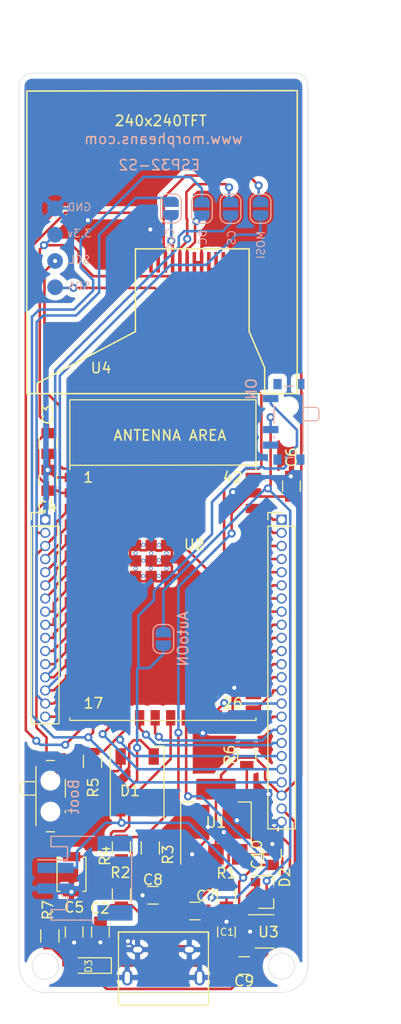
<source format=kicad_pcb>
(kicad_pcb (version 20171130) (host pcbnew "(5.1.6)-1")
  (title_block (title "ESP32-S2 DEV") (date 2020-08-02) (rev 1.2) (company www.morpheans.com) (comment 1 "Dr CADIC Philippe"))
  (layers (0 F.Cu signal) (31 B.Cu signal) (34 B.Paste user) (35 F.Paste user) (36 B.SilkS user) (37 F.SilkS user) (38 B.Mask user) (39 F.Mask user) (44 Edge.Cuts user))
  (net 0 "")
  (net 1 GND)
  (net 2 "Net-(C1-Pad1)")
  (net 3 "Net-(C2-Pad1)")
  (net 4 /3.3v)
  (net 5 "Net-(C5-Pad1)")
  (net 6 /EN)
  (net 7 /VUSB)
  (net 8 /IO0)
  (net 9 "Net-(J2-Pad11)")
  (net 10 "Net-(J2-Pad10)")
  (net 11 "Net-(J2-Pad9)")
  (net 12 "Net-(J2-Pad8)")
  (net 13 "Net-(J2-Pad7)")
  (net 14 "Net-(J2-Pad6)")
  (net 15 "Net-(J2-Pad5)")
  (net 16 "Net-(J2-Pad4)")
  (net 17 "Net-(J3-Pad20)")
  (net 18 "Net-(J3-Pad16)")
  (net 19 "Net-(J3-Pad15)")
  (net 20 "Net-(J3-Pad14)")
  (net 21 "Net-(J3-Pad13)")
  (net 22 "Net-(J3-Pad12)")
  (net 23 "Net-(J3-Pad11)")
  (net 24 "Net-(J3-Pad10)")
  (net 25 "Net-(J3-Pad9)")
  (net 26 "Net-(J3-Pad8)")
  (net 27 "Net-(J3-Pad5)")
  (net 28 "Net-(J3-Pad4)")
  (net 29 "Net-(J3-Pad3)")
  (net 30 "Net-(J3-Pad2)")
  (net 31 "Net-(J3-Pad1)")
  (net 32 "Net-(D1-Pad4)")
  (net 33 /RGBLED)
  (net 34 "Net-(C7-Pad2)")
  (net 35 /VBAT)
  (net 36 "Net-(D3-Pad2)")
  (net 37 "Net-(D3-Pad1)")
  (net 38 "Net-(R6-Pad1)")
  (net 39 /SPI_MISO)
  (net 40 /SPI_CLK)
  (net 41 /SPI_MOSI)
  (net 42 /SPI_CS)
  (net 43 /DC_DISP)
  (net 44 /U1TXD)
  (net 45 /U1RXD)
  (net 46 /SCL)
  (net 47 /SDA)
  (net 48 /D+)
  (net 49 /D-)
  (net 50 "Net-(D2-Pad2)")
  (net 51 "Net-(JP1-Pad2)")
  (net 52 "Net-(JP2-Pad2)")
  (net 53 "Net-(JP3-Pad2)")
  (net 54 "Net-(JP4-Pad2)")
  (net 55 /TFT_RESET)
  (module Capacitors_SMD:C_0805 (layer F.Cu) (at 102.616 122.428 90)
    (fp_text reference C1 (at 0 0.0508 180) (layer F.SilkS) (effects (font (size 0.7 0.7) (thickness 0.1))))
    (fp_text value 20pF)
    (pad 2 smd rect (at 1 0 90) (size 1 1.25) (layers F.Cu F.Paste F.Mask) (net 1 GND))
    (pad 1 smd rect (at -1 0 90) (size 1 1.25) (layers F.Cu F.Paste F.Mask) (net 2 "Net-(C1-Pad1)"))
  )
  (module Capacitors_SMD:C_0805 (layer F.Cu) (at 90.424 122.428 270)
    (fp_text reference C2 (at -2.286 0.0508 180) (layer F.SilkS))
    (fp_text value 20pF)
    (pad 1 smd rect (at -1 0 270) (size 1 1.25) (layers F.Cu F.Paste F.Mask) (net 3 "Net-(C2-Pad1)"))
    (pad 2 smd rect (at 1 0 270) (size 1 1.25) (layers F.Cu F.Paste F.Mask) (net 1 GND))
  )
  (module Capacitors_SMD:C_0805 (layer F.Cu) (at 85.344 75.184 90)
    (fp_text reference C3 (at 2.794 0 90) (layer F.SilkS))
    (fp_text value 100nF)
    (pad 1 smd rect (at -1 0 90) (size 1 1.25) (layers F.Cu F.Paste F.Mask) (net 1 GND))
    (pad 2 smd rect (at 1 0 90) (size 1 1.25) (layers F.Cu F.Paste F.Mask) (net 4 /3.3v))
  )
  (module Capacitors_SMD:C_0805 (layer F.Cu) (at 85.344 78.74 270)
    (fp_text reference C4 (at 2.54 0.0635 180) (layer F.SilkS))
    (fp_text value 10uF)
    (pad 2 smd rect (at 1 0 270) (size 1 1.25) (layers F.Cu F.Paste F.Mask) (net 4 /3.3v))
    (pad 1 smd rect (at -1 0 270) (size 1 1.25) (layers F.Cu F.Paste F.Mask) (net 1 GND))
  )
  (module Capacitors_SMD:C_0805 (layer F.Cu) (at 87.884 122.428 270)
    (fp_text reference C5 (at -2.3876 0 180) (layer F.SilkS))
    (fp_text value 100nF)
    (pad 1 smd rect (at -1 0 270) (size 1 1.25) (layers F.Cu F.Paste F.Mask) (net 5 "Net-(C5-Pad1)"))
    (pad 2 smd rect (at 1 0 270) (size 1 1.25) (layers F.Cu F.Paste F.Mask) (net 1 GND))
  )
  (module Capacitors_SMD:C_0805 (layer F.Cu) (at 108.902 79.3115 270)
    (fp_text reference C6 (at -2.794 0 90) (layer F.SilkS))
    (fp_text value 100nF)
    (pad 2 smd rect (at 1 0 270) (size 1 1.25) (layers F.Cu F.Paste F.Mask) (net 6 /EN))
    (pad 1 smd rect (at -1 0 270) (size 1 1.25) (layers F.Cu F.Paste F.Mask) (net 1 GND))
  )
  (module 18650:USB_Micro-B_HandSoldering (layer F.Cu) (at 96.52 125.476)
    (fp_text reference J1 hide)
    (fp_text value USB_B_Mini)
    (pad 1 smd rect (at -1.29032 -1.67386 90) (size 2 0.4) (layers F.Cu F.Paste F.Mask) (net 7 /VUSB))
    (pad 2 smd rect (at -0.65786 -1.67386 90) (size 2 0.4) (layers F.Cu F.Paste F.Mask) (net 3 "Net-(C2-Pad1)"))
    (pad 3 smd rect (at -0.0127 -1.68148 90) (size 2 0.4) (layers F.Cu F.Paste F.Mask) (net 2 "Net-(C1-Pad1)"))
    (pad 4 smd rect (at 0.64516 -1.66878 90) (size 2 0.4) (layers F.Cu F.Paste F.Mask))
    (pad 5 smd rect (at 1.2954 -1.66878 90) (size 2 0.4) (layers F.Cu F.Paste F.Mask) (net 1 GND))
    (pad 6 thru_hole oval (at -2.5 -1.35 90) (size 0.95 1.25) (drill oval 0.55 0.85) (layers *.Cu *.Mask) (net 1 GND))
    (pad 6 thru_hole oval (at 2.5 -1.35 90) (size 0.95 1.25) (drill oval 0.55 0.85) (layers *.Cu *.Mask) (net 1 GND))
    (pad 6 thru_hole oval (at -3.5 1.35 90) (size 1.55 1) (drill oval 1.15 0.5) (layers *.Cu *.Mask) (net 1 GND))
    (pad 6 thru_hole oval (at 3.5 1.35 90) (size 1.55 1) (drill oval 1.15 0.5) (layers *.Cu *.Mask) (net 1 GND))
  )
  (module Resistors_SMD:R_0805 (layer F.Cu) (at 102.616 118.872 90)
    (fp_text reference R1 (at 2.1336 0 180) (layer F.SilkS))
    (fp_text value 0R)
    (pad 2 smd rect (at 0.95 0 90) (size 0.7 1.3) (layers F.Cu F.Paste F.Mask) (net 2 "Net-(C1-Pad1)"))
    (pad 1 smd rect (at -0.95 0 90) (size 0.7 1.3) (layers F.Cu F.Paste F.Mask) (net 48 /D+))
  )
  (module Resistors_SMD:R_0805 (layer F.Cu) (at 92.456 118.872 270)
    (fp_text reference R2 (at -2.1844 0.1016 180) (layer F.SilkS))
    (fp_text value 0R)
    (pad 1 smd rect (at -0.95 0 270) (size 0.7 1.3) (layers F.Cu F.Paste F.Mask) (net 49 /D-))
    (pad 2 smd rect (at 0.95 0 270) (size 0.7 1.3) (layers F.Cu F.Paste F.Mask) (net 3 "Net-(C2-Pad1)"))
  )
  (module Resistors_SMD:R_0805 (layer F.Cu) (at 95.25 114.3 90)
    (fp_text reference R3 (at -0.635 1.7145 90) (layer F.SilkS))
    (fp_text value 10k)
    (pad 2 smd rect (at 0.95 0 90) (size 0.7 1.3) (layers F.Cu F.Paste F.Mask) (net 6 /EN))
    (pad 1 smd rect (at -0.95 0 90) (size 0.7 1.3) (layers F.Cu F.Paste F.Mask) (net 4 /3.3v))
  )
  (module Resistors_SMD:R_0805 (layer F.Cu) (at 92.456 114.3 270)
    (fp_text reference R4 (at 0.762 1.5875 90) (layer F.SilkS))
    (fp_text value 0R)
    (pad 1 smd rect (at -0.95 0 270) (size 0.7 1.3) (layers F.Cu F.Paste F.Mask) (net 6 /EN))
    (pad 2 smd rect (at 0.95 0 270) (size 0.7 1.3) (layers F.Cu F.Paste F.Mask) (net 5 "Net-(C5-Pad1)"))
  )
  (module Buttons_Switches_SMD:SW_SPST_B3U-1000P (layer F.Cu) (at 87.63 116.84 90)
    (fp_text reference SW1 hide)
    (fp_text value SW_Push)
    (pad 2 smd rect (at 1.7 0 90) (size 0.9 1.7) (layers F.Cu F.Paste F.Mask) (net 5 "Net-(C5-Pad1)"))
    (pad 1 smd rect (at -1.7 0 90) (size 0.9 1.7) (layers F.Cu F.Paste F.Mask) (net 1 GND))
  )
  (module Buttons_Switches_SMD:SW_SPDT_PCM12 (layer F.Cu) (at 85.9155 109.284 270)
    (fp_text reference SW2 hide)
    (fp_text value Boot (at 0.0376 -1.9177 90) (layer B.SilkS) (effects (justify mirror)))
    (pad "" smd rect (at -3.65 -0.78 270) (size 1 0.8) (layers F.Cu F.Paste F.Mask))
    (pad "" smd rect (at 3.65 -0.78 270) (size 1 0.8) (layers F.Cu F.Paste F.Mask))
    (pad "" smd rect (at 3.65 1.43 270) (size 1 0.8) (layers F.Cu F.Paste F.Mask))
    (pad "" smd rect (at -3.65 1.43 270) (size 1 0.8) (layers F.Cu F.Paste F.Mask))
    (pad 3 smd rect (at 2.25 -1.43 270) (size 0.7 1.5) (layers F.Cu F.Paste F.Mask))
    (pad 2 smd rect (at 0.75 -1.43 270) (size 0.7 1.5) (layers F.Cu F.Paste F.Mask) (net 1 GND))
    (pad 1 smd rect (at -2.25 -1.43 270) (size 0.7 1.5) (layers F.Cu F.Paste F.Mask) (net 8 /IO0))
    (pad "" np_thru_hole circle (at 1.5 0.33 270) (size 0.9 0.9) (drill 0.9) (layers *.Cu *.Mask))
    (pad "" np_thru_hole circle (at -1.5 0.33 270) (size 0.9 0.9) (drill 0.9) (layers *.Cu *.Mask))
  )
  (module TO_SOT_Packages_SMD:SOT-223-3_TabPin2 (layer F.Cu) (at 101.6 111.76 90)
    (fp_text reference U1 (at -0.0635 0 180) (layer F.SilkS))
    (fp_text value AP1117-33)
    (pad 1 smd rect (at -3.15 -2.3 90) (size 2 1.5) (layers F.Cu F.Paste F.Mask) (net 1 GND))
    (pad 3 smd rect (at -3.15 2.3 90) (size 2 1.5) (layers F.Cu F.Paste F.Mask) (net 34 "Net-(C7-Pad2)"))
    (pad 2 smd rect (at -3.15 0 90) (size 2 1.5) (layers F.Cu F.Paste F.Mask) (net 4 /3.3v))
    (pad 2 smd rect (at 3.15 0 90) (size 2 3.8) (layers F.Cu F.Paste F.Mask) (net 4 /3.3v))
  )
  (module esp32-s2:esp32-s2-wrooom (layer F.Cu) (at 96.52 86.36)
    (fp_text reference U2 (at 2.9845 -1.397) (layer F.SilkS))
    (fp_text value esp32-s2-wroom)
    (fp_text user 1 (at -7.272 -7.907) (layer F.SilkS))
    (fp_text user 17 (at -6.764 13.937) (layer F.SilkS))
    (fp_text user 26 (at 6.698 13.937) (layer F.SilkS))
    (fp_text user 42 (at 6.698 -7.907) (layer F.SilkS))
    (fp_text user "ANTENNA AREA" (at 0.63 -11.96) (layer F.SilkS))
    (pad 1 smd roundrect (at -8.8 -7.9) (size 1.5 0.9) (layers F.Cu F.Paste F.Mask) (roundrect_rratio 0.079) (net 1 GND))
    (pad 2 smd roundrect (at -8.8 -6.4) (size 1.5 0.9) (layers F.Cu F.Paste F.Mask) (roundrect_rratio 0.079) (net 4 /3.3v))
    (pad 3 smd roundrect (at -8.8 -4.9) (size 1.5 0.9) (layers F.Cu F.Paste F.Mask) (roundrect_rratio 0.079) (net 8 /IO0))
    (pad 4 smd roundrect (at -8.8 -3.4) (size 1.5 0.9) (layers F.Cu F.Paste F.Mask) (roundrect_rratio 0.079) (net 16 "Net-(J2-Pad4)"))
    (pad 5 smd roundrect (at -8.8 -1.9) (size 1.5 0.9) (layers F.Cu F.Paste F.Mask) (roundrect_rratio 0.079) (net 15 "Net-(J2-Pad5)"))
    (pad 6 smd roundrect (at -8.8 -0.4) (size 1.5 0.9) (layers F.Cu F.Paste F.Mask) (roundrect_rratio 0.079) (net 14 "Net-(J2-Pad6)"))
    (pad 7 smd roundrect (at -8.8 1.1) (size 1.5 0.9) (layers F.Cu F.Paste F.Mask) (roundrect_rratio 0.079) (net 13 "Net-(J2-Pad7)"))
    (pad 8 smd roundrect (at -8.8 2.6) (size 1.5 0.9) (layers F.Cu F.Paste F.Mask) (roundrect_rratio 0.079) (net 12 "Net-(J2-Pad8)"))
    (pad 9 smd roundrect (at -8.8 4.1) (size 1.5 0.9) (layers F.Cu F.Paste F.Mask) (roundrect_rratio 0.079) (net 11 "Net-(J2-Pad9)"))
    (pad 10 smd roundrect (at -8.8 5.6) (size 1.5 0.9) (layers F.Cu F.Paste F.Mask) (roundrect_rratio 0.079) (net 10 "Net-(J2-Pad10)"))
    (pad 11 smd roundrect (at -8.8 7.1) (size 1.5 0.9) (layers F.Cu F.Paste F.Mask) (roundrect_rratio 0.079) (net 9 "Net-(J2-Pad11)"))
    (pad 12 smd roundrect (at -8.8 8.6) (size 1.5 0.9) (layers F.Cu F.Paste F.Mask) (roundrect_rratio 0.079) (net 55 /TFT_RESET))
    (pad 13 smd roundrect (at -8.8 10.1) (size 1.5 0.9) (layers F.Cu F.Paste F.Mask) (roundrect_rratio 0.079) (net 42 /SPI_CS))
    (pad 14 smd roundrect (at -8.8 11.6) (size 1.5 0.9) (layers F.Cu F.Paste F.Mask) (roundrect_rratio 0.079) (net 41 /SPI_MOSI))
    (pad 15 smd roundrect (at -8.8 13.1) (size 1.5 0.9) (layers F.Cu F.Paste F.Mask) (roundrect_rratio 0.079) (net 40 /SPI_CLK))
    (pad 16 smd roundrect (at -8.8 14.6) (size 1.5 0.9) (layers F.Cu F.Paste F.Mask) (roundrect_rratio 0.079) (net 39 /SPI_MISO))
    (pad 17 smd roundrect (at -6.8 15.35 90) (size 1.5 0.9) (layers F.Cu F.Paste F.Mask) (roundrect_rratio 0.079) (net 43 /DC_DISP))
    (pad 18 smd roundrect (at -5.3 15.35 90) (size 1.5 0.9) (layers F.Cu F.Paste F.Mask) (roundrect_rratio 0.079) (net 17 "Net-(J3-Pad20)"))
    (pad 19 smd roundrect (at -3.8 15.35 90) (size 1.5 0.9) (layers F.Cu F.Paste F.Mask) (roundrect_rratio 0.079) (net 33 /RGBLED))
    (pad 20 smd roundrect (at -2.3 15.35 90) (size 1.5 0.9) (layers F.Cu F.Paste F.Mask) (roundrect_rratio 0.079) (net 44 /U1TXD))
    (pad 21 smd roundrect (at -0.8 15.35 90) (size 1.5 0.9) (layers F.Cu F.Paste F.Mask) (roundrect_rratio 0.079) (net 45 /U1RXD))
    (pad 22 smd roundrect (at 0.7 15.35 90) (size 1.5 0.9) (layers F.Cu F.Paste F.Mask) (roundrect_rratio 0.079) (net 49 /D-))
    (pad 23 smd roundrect (at 2.2 15.35 90) (size 1.5 0.9) (layers F.Cu F.Paste F.Mask) (roundrect_rratio 0.079) (net 48 /D+))
    (pad 24 smd roundrect (at 3.7 15.35 90) (size 1.5 0.9) (layers F.Cu F.Paste F.Mask) (roundrect_rratio 0.079) (net 18 "Net-(J3-Pad16)"))
    (pad 25 smd roundrect (at 5.2 15.35 90) (size 1.5 0.9) (layers F.Cu F.Paste F.Mask) (roundrect_rratio 0.079) (net 19 "Net-(J3-Pad15)"))
    (pad 26 smd roundrect (at 6.7 15.35 90) (size 1.5 0.9) (layers F.Cu F.Paste F.Mask) (roundrect_rratio 0.079) (net 1 GND))
    (pad 27 smd roundrect (at 8.7 14.6 180) (size 1.5 0.9) (layers F.Cu F.Paste F.Mask) (roundrect_rratio 0.079) (net 20 "Net-(J3-Pad14)"))
    (pad 28 smd roundrect (at 8.7 13.1 180) (size 1.5 0.9) (layers F.Cu F.Paste F.Mask) (roundrect_rratio 0.079) (net 21 "Net-(J3-Pad13)"))
    (pad 29 smd roundrect (at 8.7 11.6 180) (size 1.5 0.9) (layers F.Cu F.Paste F.Mask) (roundrect_rratio 0.079) (net 22 "Net-(J3-Pad12)"))
    (pad 30 smd roundrect (at 8.7 10.1 180) (size 1.5 0.9) (layers F.Cu F.Paste F.Mask) (roundrect_rratio 0.079) (net 23 "Net-(J3-Pad11)"))
    (pad 31 smd roundrect (at 8.7 8.6 180) (size 1.5 0.9) (layers F.Cu F.Paste F.Mask) (roundrect_rratio 0.079) (net 24 "Net-(J3-Pad10)"))
    (pad 32 smd roundrect (at 8.7 7.1 180) (size 1.5 0.9) (layers F.Cu F.Paste F.Mask) (roundrect_rratio 0.079) (net 25 "Net-(J3-Pad9)"))
    (pad 33 smd roundrect (at 8.7 5.6 180) (size 1.5 0.9) (layers F.Cu F.Paste F.Mask) (roundrect_rratio 0.079) (net 26 "Net-(J3-Pad8)"))
    (pad 34 smd roundrect (at 8.7 4.1 180) (size 1.5 0.9) (layers F.Cu F.Paste F.Mask) (roundrect_rratio 0.079) (net 46 /SCL))
    (pad 35 smd roundrect (at 8.7 2.6 180) (size 1.5 0.9) (layers F.Cu F.Paste F.Mask) (roundrect_rratio 0.079) (net 47 /SDA))
    (pad 36 smd roundrect (at 8.7 1.1 180) (size 1.5 0.9) (layers F.Cu F.Paste F.Mask) (roundrect_rratio 0.079) (net 27 "Net-(J3-Pad5)"))
    (pad 37 smd roundrect (at 8.7 -0.4 180) (size 1.5 0.9) (layers F.Cu F.Paste F.Mask) (roundrect_rratio 0.079) (net 28 "Net-(J3-Pad4)"))
    (pad 38 smd roundrect (at 8.7 -1.9 180) (size 1.5 0.9) (layers F.Cu F.Paste F.Mask) (roundrect_rratio 0.079) (net 29 "Net-(J3-Pad3)"))
    (pad 39 smd roundrect (at 8.7 -3.4 180) (size 1.5 0.9) (layers F.Cu F.Paste F.Mask) (roundrect_rratio 0.079) (net 30 "Net-(J3-Pad2)"))
    (pad 40 smd roundrect (at 8.7 -4.9 180) (size 1.5 0.9) (layers F.Cu F.Paste F.Mask) (roundrect_rratio 0.079) (net 31 "Net-(J3-Pad1)"))
    (pad 41 smd roundrect (at 8.7 -6.4 180) (size 1.5 0.9) (layers F.Cu F.Paste F.Mask) (roundrect_rratio 0.079) (net 6 /EN))
    (pad 42 smd roundrect (at 8.7 -7.9 180) (size 1.5 0.9) (layers F.Cu F.Paste F.Mask) (roundrect_rratio 0.079) (net 1 GND))
    (pad 43 smd roundrect (at -2.69 -1.325 180) (size 1.1 1.1) (layers F.Cu F.Paste F.Mask) (roundrect_rratio 0.079) (net 1 GND))
    (pad 43 smd roundrect (at -1.19 -1.325 180) (size 1.1 1.1) (layers F.Cu F.Paste F.Mask) (roundrect_rratio 0.079) (net 1 GND))
    (pad 43 smd roundrect (at 0.31 -1.325 180) (size 1.1 1.1) (layers F.Cu F.Paste F.Mask) (roundrect_rratio 0.079) (net 1 GND))
    (pad 43 smd roundrect (at -2.69 0.175 180) (size 1.1 1.1) (layers F.Cu F.Paste F.Mask) (roundrect_rratio 0.079) (net 1 GND))
    (pad 43 smd roundrect (at -1.19 0.175 180) (size 1.1 1.1) (layers F.Cu F.Paste F.Mask) (roundrect_rratio 0.079) (net 1 GND))
    (pad 43 smd roundrect (at 0.31 0.175 180) (size 1.1 1.1) (layers F.Cu F.Paste F.Mask) (roundrect_rratio 0.079) (net 1 GND))
    (pad 43 smd roundrect (at -2.69 1.675 180) (size 1.1 1.1) (layers F.Cu F.Paste F.Mask) (roundrect_rratio 0.079) (net 1 GND))
    (pad 43 smd roundrect (at -1.19 1.675 180) (size 1.1 1.1) (layers F.Cu F.Paste F.Mask) (roundrect_rratio 0.079) (net 1 GND))
    (pad 43 smd roundrect (at 0.31 1.675 180) (size 1.1 1.1) (layers F.Cu F.Paste F.Mask) (roundrect_rratio 0.079) (net 1 GND))
    (pad "" thru_hole circle (at -2.7 -0.5664 180) (size 0.4 0.4) (drill oval 0.25) (layers *.Cu *.Mask))
    (pad "" thru_hole circle (at -1.938 -1.3792 180) (size 0.4 0.4) (drill oval 0.25) (layers *.Cu *.Mask))
    (pad "" thru_hole circle (at -0.414 -1.3792 180) (size 0.4 0.4) (drill oval 0.25) (layers *.Cu *.Mask))
    (pad "" thru_hole circle (at 0.2972 -0.5664 180) (size 0.4 0.4) (drill oval 0.25) (layers *.Cu *.Mask))
    (pad "" thru_hole circle (at 0.2972 0.9068 180) (size 0.4 0.4) (drill oval 0.25) (layers *.Cu *.Mask))
    (pad "" thru_hole circle (at -0.4648 1.618 180) (size 0.4 0.4) (drill oval 0.25) (layers *.Cu *.Mask))
    (pad "" thru_hole circle (at -1.938 1.618 180) (size 0.4 0.4) (drill oval 0.25) (layers *.Cu *.Mask))
    (pad "" thru_hole circle (at -2.7 0.9068 180) (size 0.4 0.4) (drill oval 0.25) (layers *.Cu *.Mask))
    (pad "" thru_hole circle (at -1.938 0.1448 180) (size 0.4 0.4) (drill oval 0.25) (layers *.Cu *.Mask))
    (pad "" thru_hole circle (at -0.414 0.094 180) (size 0.4 0.4) (drill oval 0.25) (layers *.Cu *.Mask))
    (pad "" thru_hole circle (at -1.176 -0.5664 180) (size 0.4 0.4) (drill oval 0.25) (layers *.Cu *.Mask))
    (pad "" thru_hole circle (at -1.2268 0.9068 180) (size 0.4 0.4) (drill oval 0.25) (layers *.Cu *.Mask))
  )
  (module Capacitors_SMD:C_0805 (layer F.Cu) (at 99.568 120.396 180)
    (fp_text reference C7 (at -1.0795 1.4605) (layer F.SilkS))
    (fp_text value 10uF)
    (pad 1 smd rect (at -1 0 180) (size 1 1.25) (layers F.Cu F.Paste F.Mask) (net 1 GND))
    (pad 2 smd rect (at 1 0 180) (size 1 1.25) (layers F.Cu F.Paste F.Mask) (net 34 "Net-(C7-Pad2)"))
  )
  (module Capacitors_SMD:C_0805 (layer F.Cu) (at 95.504 118.872)
    (fp_text reference C8 (at 0 -1.5) (layer F.SilkS))
    (fp_text value 10uF)
    (pad 2 smd rect (at 1 0) (size 1 1.25) (layers F.Cu F.Paste F.Mask) (net 4 /3.3v))
    (pad 1 smd rect (at -1 0) (size 1 1.25) (layers F.Cu F.Paste F.Mask) (net 1 GND))
  )
  (module Socket_Strips:Socket_Strip_Straight_1x16_Pitch1.27mm (layer F.Cu) (at 85.09 82.55)
    (fp_text reference J2 hide)
    (fp_text value Cnx1)
    (pad 16 thru_hole oval (at 0 19.05) (size 1 1) (drill 0.7) (layers *.Cu *.Mask) (net 39 /SPI_MISO))
    (pad 15 thru_hole oval (at 0 17.78) (size 1 1) (drill 0.7) (layers *.Cu *.Mask) (net 40 /SPI_CLK))
    (pad 14 thru_hole oval (at 0 16.51) (size 1 1) (drill 0.7) (layers *.Cu *.Mask) (net 41 /SPI_MOSI))
    (pad 13 thru_hole oval (at 0 15.24) (size 1 1) (drill 0.7) (layers *.Cu *.Mask) (net 42 /SPI_CS))
    (pad 12 thru_hole oval (at 0 13.97) (size 1 1) (drill 0.7) (layers *.Cu *.Mask) (net 55 /TFT_RESET))
    (pad 11 thru_hole oval (at 0 12.7) (size 1 1) (drill 0.7) (layers *.Cu *.Mask) (net 9 "Net-(J2-Pad11)"))
    (pad 10 thru_hole oval (at 0 11.43) (size 1 1) (drill 0.7) (layers *.Cu *.Mask) (net 10 "Net-(J2-Pad10)"))
    (pad 9 thru_hole oval (at 0 10.16) (size 1 1) (drill 0.7) (layers *.Cu *.Mask) (net 11 "Net-(J2-Pad9)"))
    (pad 8 thru_hole oval (at 0 8.89) (size 1 1) (drill 0.7) (layers *.Cu *.Mask) (net 12 "Net-(J2-Pad8)"))
    (pad 7 thru_hole oval (at 0 7.62) (size 1 1) (drill 0.7) (layers *.Cu *.Mask) (net 13 "Net-(J2-Pad7)"))
    (pad 6 thru_hole oval (at 0 6.35) (size 1 1) (drill 0.7) (layers *.Cu *.Mask) (net 14 "Net-(J2-Pad6)"))
    (pad 5 thru_hole oval (at 0 5.08) (size 1 1) (drill 0.7) (layers *.Cu *.Mask) (net 15 "Net-(J2-Pad5)"))
    (pad 4 thru_hole oval (at 0 3.81) (size 1 1) (drill 0.7) (layers *.Cu *.Mask) (net 16 "Net-(J2-Pad4)"))
    (pad 3 thru_hole oval (at 0 2.54) (size 1 1) (drill 0.7) (layers *.Cu *.Mask) (net 8 /IO0))
    (pad 2 thru_hole oval (at 0 1.27) (size 1 1) (drill 0.7) (layers *.Cu *.Mask) (net 4 /3.3v))
    (pad 1 thru_hole rect (at 0 0) (size 1 1) (drill 0.7) (layers *.Cu *.Mask) (net 1 GND))
  )
  (module Socket_Strips:Socket_Strip_Straight_1x24_Pitch1.27mm (layer F.Cu) (at 107.95 82.55)
    (fp_text reference J3 hide)
    (fp_text value Con2)
    (pad 24 thru_hole oval (at 0 29.21) (size 1 1) (drill 0.7) (layers *.Cu *.Mask) (net 1 GND))
    (pad 23 thru_hole oval (at 0 27.94) (size 1 1) (drill 0.7) (layers *.Cu *.Mask) (net 7 /VUSB))
    (pad 22 thru_hole oval (at 0 26.67) (size 1 1) (drill 0.7) (layers *.Cu *.Mask) (net 4 /3.3v))
    (pad 21 thru_hole oval (at 0 25.4) (size 1 1) (drill 0.7) (layers *.Cu *.Mask) (net 43 /DC_DISP))
    (pad 20 thru_hole oval (at 0 24.13) (size 1 1) (drill 0.7) (layers *.Cu *.Mask) (net 17 "Net-(J3-Pad20)"))
    (pad 19 thru_hole oval (at 0 22.86) (size 1 1) (drill 0.7) (layers *.Cu *.Mask) (net 33 /RGBLED))
    (pad 18 thru_hole oval (at 0 21.59) (size 1 1) (drill 0.7) (layers *.Cu *.Mask) (net 44 /U1TXD))
    (pad 17 thru_hole oval (at 0 20.32) (size 1 1) (drill 0.7) (layers *.Cu *.Mask) (net 45 /U1RXD))
    (pad 16 thru_hole oval (at 0 19.05) (size 1 1) (drill 0.7) (layers *.Cu *.Mask) (net 18 "Net-(J3-Pad16)"))
    (pad 15 thru_hole oval (at 0 17.78) (size 1 1) (drill 0.7) (layers *.Cu *.Mask) (net 19 "Net-(J3-Pad15)"))
    (pad 14 thru_hole oval (at 0 16.51) (size 1 1) (drill 0.7) (layers *.Cu *.Mask) (net 20 "Net-(J3-Pad14)"))
    (pad 13 thru_hole oval (at 0 15.24) (size 1 1) (drill 0.7) (layers *.Cu *.Mask) (net 21 "Net-(J3-Pad13)"))
    (pad 12 thru_hole oval (at 0 13.97) (size 1 1) (drill 0.7) (layers *.Cu *.Mask) (net 22 "Net-(J3-Pad12)"))
    (pad 11 thru_hole oval (at 0 12.7) (size 1 1) (drill 0.7) (layers *.Cu *.Mask) (net 23 "Net-(J3-Pad11)"))
    (pad 10 thru_hole oval (at 0 11.43) (size 1 1) (drill 0.7) (layers *.Cu *.Mask) (net 24 "Net-(J3-Pad10)"))
    (pad 9 thru_hole oval (at 0 10.16) (size 1 1) (drill 0.7) (layers *.Cu *.Mask) (net 25 "Net-(J3-Pad9)"))
    (pad 8 thru_hole oval (at 0 8.89) (size 1 1) (drill 0.7) (layers *.Cu *.Mask) (net 26 "Net-(J3-Pad8)"))
    (pad 7 thru_hole oval (at 0 7.62) (size 1 1) (drill 0.7) (layers *.Cu *.Mask) (net 46 /SCL))
    (pad 6 thru_hole oval (at 0 6.35) (size 1 1) (drill 0.7) (layers *.Cu *.Mask) (net 47 /SDA))
    (pad 5 thru_hole oval (at 0 5.08) (size 1 1) (drill 0.7) (layers *.Cu *.Mask) (net 27 "Net-(J3-Pad5)"))
    (pad 4 thru_hole oval (at 0 3.81) (size 1 1) (drill 0.7) (layers *.Cu *.Mask) (net 28 "Net-(J3-Pad4)"))
    (pad 3 thru_hole oval (at 0 2.54) (size 1 1) (drill 0.7) (layers *.Cu *.Mask) (net 29 "Net-(J3-Pad3)"))
    (pad 2 thru_hole oval (at 0 1.27) (size 1 1) (drill 0.7) (layers *.Cu *.Mask) (net 30 "Net-(J3-Pad2)"))
    (pad 1 thru_hole rect (at 0 0) (size 1 1) (drill 0.7) (layers *.Cu *.Mask) (net 31 "Net-(J3-Pad1)"))
  )
  (module LEDs:LED_WS2812B-PLCC4 (layer F.Cu) (at 93.98 107.95 90)
    (fp_text reference D1 (at -0.8255 -0.6985 180) (layer F.SilkS))
    (fp_text value WS2812B)
    (pad 1 smd rect (at -2.5 -1.6 90) (size 1.6 1) (layers F.Cu F.Paste F.Mask) (net 35 /VBAT))
    (pad 2 smd rect (at -2.5 1.6 90) (size 1.6 1) (layers F.Cu F.Paste F.Mask))
    (pad 4 smd rect (at 2.5 -1.6 90) (size 1.6 1) (layers F.Cu F.Paste F.Mask) (net 32 "Net-(D1-Pad4)"))
    (pad 3 smd rect (at 2.5 1.6 90) (size 1.6 1) (layers F.Cu F.Paste F.Mask) (net 1 GND))
  )
  (module Resistors_SMD:R_0805 (layer F.Cu) (at 89.662 105.918 90)
    (fp_text reference R5 (at -2.54 0.0635 90) (layer F.SilkS))
    (fp_text value 470)
    (pad 2 smd rect (at 0.95 0 90) (size 0.7 1.3) (layers F.Cu F.Paste F.Mask) (net 33 /RGBLED))
    (pad 1 smd rect (at -0.95 0 90) (size 0.7 1.3) (layers F.Cu F.Paste F.Mask) (net 32 "Net-(D1-Pad4)"))
  )
  (module Capacitors_SMD:C_0805 (layer F.Cu) (at 104.33 125.666 180)
    (fp_text reference C9 (at 0 -1.5) (layer F.SilkS))
    (fp_text value 4.7uF)
    (pad 2 smd rect (at 1 0 180) (size 1 1.25) (layers F.Cu F.Paste F.Mask) (net 1 GND))
    (pad 1 smd rect (at -1 0 180) (size 1 1.25) (layers F.Cu F.Paste F.Mask) (net 7 /VUSB))
  )
  (module TO_SOT_Packages_SMD:SOT-23 (layer F.Cu) (at 106.426 118.554)
    (fp_text reference D2 (at 1.8288 -1.4092 90) (layer F.SilkS))
    (fp_text value BAT54C)
    (pad 3 smd rect (at 1 0) (size 0.9 0.8) (layers F.Cu F.Paste F.Mask) (net 34 "Net-(C7-Pad2)"))
    (pad 2 smd rect (at -1 0.95) (size 0.9 0.8) (layers F.Cu F.Paste F.Mask) (net 50 "Net-(D2-Pad2)"))
    (pad 1 smd rect (at -1 -0.95) (size 0.9 0.8) (layers F.Cu F.Paste F.Mask) (net 7 /VUSB))
  )
  (module LEDs:LED_0805_HandSoldering (layer F.Cu) (at 89.281 125.666 180)
    (fp_text reference D3 (at 0 -0.064 90) (layer F.SilkS) (effects (font (size 0.66 0.66) (thickness 0.1))))
    (fp_text value Charge)
    (pad 2 smd rect (at 1.35 0 180) (size 1.5 1.3) (layers F.Cu F.Paste F.Mask) (net 36 "Net-(D3-Pad2)"))
    (pad 1 smd rect (at -1.35 0 180) (size 1.5 1.3) (layers F.Cu F.Paste F.Mask) (net 37 "Net-(D3-Pad1)"))
  )
  (module Connectors_JST:JST_PH_S2B-PH-SM4-TB_02x2.00mm_Angled (layer B.Cu) (at 88.9635 117.221 270)
    (fp_text reference J4 hide)
    (fp_text value Conn_01x02_Female)
    (pad "" smd rect (at 3.35 -2.875 270) (size 1.5 3.4) (layers B.Cu B.Paste B.Mask))
    (pad "" smd rect (at -3.35 -2.875 270) (size 1.5 3.4) (layers B.Cu B.Paste B.Mask))
    (pad 2 smd rect (at 1 2.875 270) (size 1 3.5) (layers B.Cu B.Paste B.Mask) (net 1 GND))
    (pad 1 smd rect (at -1 2.875 270) (size 1 3.5) (layers B.Cu B.Paste B.Mask) (net 35 /VBAT))
  )
  (module Resistors_SMD:R_0805 (layer F.Cu) (at 104.584 105.283 90)
    (fp_text reference R6 (at 0 -1.65 90) (layer F.SilkS))
    (fp_text value 2k)
    (pad 1 smd rect (at -0.95 0 90) (size 0.7 1.3) (layers F.Cu F.Paste F.Mask) (net 38 "Net-(R6-Pad1)"))
    (pad 2 smd rect (at 0.95 0 90) (size 0.7 1.3) (layers F.Cu F.Paste F.Mask) (net 1 GND))
  )
  (module Resistors_SMD:R_0805 (layer F.Cu) (at 85.5345 122.809 270)
    (fp_text reference R7 (at -2.5146 0.1905 90) (layer F.SilkS))
    (fp_text value 470R)
    (pad 2 smd rect (at 0.95 0 270) (size 0.7 1.3) (layers F.Cu F.Paste F.Mask) (net 36 "Net-(D3-Pad2)"))
    (pad 1 smd rect (at -0.95 0 270) (size 0.7 1.3) (layers F.Cu F.Paste F.Mask) (net 7 /VUSB))
  )
  (module TO_SOT_Packages_SMD:SOT-23-5_HandSoldering (layer F.Cu) (at 106.299 122.364)
    (fp_text reference U3 (at 0.381 0.064) (layer F.SilkS))
    (fp_text value MCP73831-2-OT)
    (pad 5 smd rect (at 1.35 -0.95) (size 1.56 0.65) (layers F.Cu F.Paste F.Mask) (net 38 "Net-(R6-Pad1)"))
    (pad 4 smd rect (at 1.35 0.95) (size 1.56 0.65) (layers F.Cu F.Paste F.Mask) (net 7 /VUSB))
    (pad 3 smd rect (at -1.35 0.95) (size 1.56 0.65) (layers F.Cu F.Paste F.Mask) (net 35 /VBAT))
    (pad 2 smd rect (at -1.35 0) (size 1.56 0.65) (layers F.Cu F.Paste F.Mask) (net 1 GND))
    (pad 1 smd rect (at -1.35 -0.95) (size 1.56 0.65) (layers F.Cu F.Paste F.Mask) (net 37 "Net-(D3-Pad1)"))
  )
  (module Capacitors_SMD:C_0805 (layer F.Cu) (at 107.061 114.935 90)
    (fp_text reference C10 (at 0 -1.5 90) (layer F.SilkS))
    (fp_text value 4.7uF)
    (pad 2 smd rect (at 1 0 90) (size 1 1.25) (layers F.Cu F.Paste F.Mask) (net 1 GND))
    (pad 1 smd rect (at -1 0 90) (size 1 1.25) (layers F.Cu F.Paste F.Mask) (net 35 /VBAT))
  )
  (module 18650:240240TFT (layer F.Cu) (at 83.312 70.358)
    (fp_text reference U4 (at 7.1755 -2.4765) (layer F.SilkS))
    (fp_text value 240x240TFT (at 12.94 -26.38) (layer F.SilkS))
    (pad 12 smd rect (at 12 -12.7) (size 0.35 2) (layers F.Cu F.Paste F.Mask) (net 1 GND))
    (pad 11 smd rect (at 12.7 -12.7) (size 0.35 2) (layers F.Cu F.Paste F.Mask) (net 55 /TFT_RESET))
    (pad 10 smd rect (at 13.4 -12.7) (size 0.35 2) (layers F.Cu F.Paste F.Mask) (net 54 "Net-(JP4-Pad2)"))
    (pad 9 smd rect (at 14.1 -12.7) (size 0.35 2) (layers F.Cu F.Paste F.Mask) (net 51 "Net-(JP1-Pad2)"))
    (pad 8 smd rect (at 14.8 -12.7) (size 0.35 2) (layers F.Cu F.Paste F.Mask) (net 52 "Net-(JP2-Pad2)"))
    (pad 7 smd rect (at 15.5 -12.7) (size 0.35 2) (layers F.Cu F.Paste F.Mask) (net 53 "Net-(JP3-Pad2)"))
    (pad 6 smd rect (at 16.2 -12.7) (size 0.35 2) (layers F.Cu F.Paste F.Mask) (net 1 GND))
    (pad 5 smd rect (at 16.9 -12.7) (size 0.35 2) (layers F.Cu F.Paste F.Mask) (net 1 GND))
    (pad 4 smd rect (at 17.6 -12.7) (size 0.35 2) (layers F.Cu F.Paste F.Mask) (net 4 /3.3v))
    (pad 3 smd rect (at 18.3 -12.7) (size 0.35 2) (layers F.Cu F.Paste F.Mask) (net 4 /3.3v))
    (pad 2 smd rect (at 19 -12.7) (size 0.35 2) (layers F.Cu F.Paste F.Mask) (net 1 GND))
    (pad 1 smd rect (at 19.7 -12.7) (size 0.35 2) (layers F.Cu F.Paste F.Mask) (net 1 GND))
  )
  (module Buttons_Switches_SMD:SW_SPDT_PCM12 (layer B.Cu) (at 108.331 73.0885 270)
    (fp_text reference SW3 hide)
    (fp_text value ON (at -3.175 3.302 270) (layer B.SilkS) (effects (justify mirror)))
    (pad "" smd rect (at -3.65 0.78 270) (size 1 0.8) (layers B.Cu B.Paste B.Mask))
    (pad "" smd rect (at 3.65 0.78 270) (size 1 0.8) (layers B.Cu B.Paste B.Mask))
    (pad "" smd rect (at 3.65 -1.43 270) (size 1 0.8) (layers B.Cu B.Paste B.Mask))
    (pad "" smd rect (at -3.65 -1.43 270) (size 1 0.8) (layers B.Cu B.Paste B.Mask))
    (pad 3 smd rect (at 2.25 1.43 270) (size 0.7 1.5) (layers B.Cu B.Paste B.Mask))
    (pad 2 smd rect (at 0.75 1.43 270) (size 0.7 1.5) (layers B.Cu B.Paste B.Mask) (net 50 "Net-(D2-Pad2)"))
    (pad 1 smd rect (at -2.25 1.43 270) (size 0.7 1.5) (layers B.Cu B.Paste B.Mask) (net 35 /VBAT))
    (pad "" np_thru_hole circle (at 1.5 -0.33 270) (size 0.9 0.9) (drill 0.9) (layers *.Cu *.Mask))
    (pad "" np_thru_hole circle (at -1.5 -0.33 270) (size 0.9 0.9) (drill 0.9) (layers *.Cu *.Mask))
  )
  (module 18650:4cnx (layer B.Cu) (at 80.9625 60.071 90)
    (fp_text reference J5 hide)
    (fp_text value i2C-v)
    (pad 1 smd circle (at 0 5.08 90) (size 1.524 1.524) (layers B.Cu B.Paste B.Mask) (net 47 /SDA))
    (pad 2 smd circle (at 2.54 5.08 90) (size 1.524 1.524) (layers B.Cu B.Paste B.Mask) (net 46 /SCL))
    (pad 3 smd circle (at 5.08 5.08 90) (size 1.524 1.524) (layers B.Cu B.Paste B.Mask) (net 4 /3.3v))
    (pad 4 smd circle (at 7.62 5.08 90) (size 1.524 1.524) (layers B.Cu B.Paste B.Mask) (net 1 GND))
  )
  (module 18650:JumperSmall (layer B.Cu) (at 97.25152 52.451 270)
    (fp_text reference JP1 hide)
    (fp_text value CLK (at 2.921 0.09652 90) (layer B.SilkS) (effects (font (size 0.75 0.75) (thickness 0.1)) (justify mirror)))
    (pad 1 smd custom (at -0.65 0 270) (size 1 0.5) (layers B.Cu B.Mask) (net 40 /SPI_CLK) (options (clearance outline) (anchor rect)) (primitives (gr_circle (center 0 -0.25) (end 0.5 -0.25) (width 0)) (gr_circle (center 0 0.25) (end 0.5 0.25) (width 0)) (gr_poly (pts (xy 0 0.75) (xy 0.5 0.75) (xy 0.5 -0.75) (xy 0 -0.75)) (width 0))))
    (pad 2 smd custom (at 0.65 0 270) (size 1 0.5) (layers B.Cu B.Mask) (net 51 "Net-(JP1-Pad2)") (options (clearance outline) (anchor rect)) (primitives (gr_circle (center 0 -0.25) (end 0.5 -0.25) (width 0)) (gr_circle (center 0 0.25) (end 0.5 0.25) (width 0)) (gr_poly (pts (xy 0 0.75) (xy -0.5 0.75) (xy -0.5 -0.75) (xy 0 -0.75)) (width 0))))
  )
  (module 18650:JumperSmall (layer B.Cu) (at 103.00716 52.48656 90)
    (fp_text reference JP2 hide)
    (fp_text value CS (at -2.78892 0.11176 90) (layer B.SilkS) (effects (font (size 0.75 0.75) (thickness 0.1)) (justify mirror)))
    (pad 2 smd custom (at 0.65 0 90) (size 1 0.5) (layers B.Cu B.Mask) (net 52 "Net-(JP2-Pad2)") (options (clearance outline) (anchor rect)) (primitives (gr_circle (center 0 -0.25) (end 0.5 -0.25) (width 0)) (gr_circle (center 0 0.25) (end 0.5 0.25) (width 0)) (gr_poly (pts (xy 0 0.75) (xy -0.5 0.75) (xy -0.5 -0.75) (xy 0 -0.75)) (width 0))))
    (pad 1 smd custom (at -0.65 0 90) (size 1 0.5) (layers B.Cu B.Mask) (net 42 /SPI_CS) (options (clearance outline) (anchor rect)) (primitives (gr_circle (center 0 -0.25) (end 0.5 -0.25) (width 0)) (gr_circle (center 0 0.25) (end 0.5 0.25) (width 0)) (gr_poly (pts (xy 0 0.75) (xy 0.5 0.75) (xy 0.5 -0.75) (xy 0 -0.75)) (width 0))))
  )
  (module 18650:JumperSmall (layer B.Cu) (at 100.24364 52.49164 270)
    (fp_text reference JP3 hide)
    (fp_text value DC (at 2.75336 -0.08636 270) (layer B.SilkS) (effects (font (size 0.75 0.75) (thickness 0.1)) (justify mirror)))
    (pad 1 smd custom (at -0.65 0 270) (size 1 0.5) (layers B.Cu B.Mask) (net 43 /DC_DISP) (options (clearance outline) (anchor rect)) (primitives (gr_circle (center 0 -0.25) (end 0.5 -0.25) (width 0)) (gr_circle (center 0 0.25) (end 0.5 0.25) (width 0)) (gr_poly (pts (xy 0 0.75) (xy 0.5 0.75) (xy 0.5 -0.75) (xy 0 -0.75)) (width 0))))
    (pad 2 smd custom (at 0.65 0 270) (size 1 0.5) (layers B.Cu B.Mask) (net 53 "Net-(JP3-Pad2)") (options (clearance outline) (anchor rect)) (primitives (gr_circle (center 0 -0.25) (end 0.5 -0.25) (width 0)) (gr_circle (center 0 0.25) (end 0.5 0.25) (width 0)) (gr_poly (pts (xy 0 0.75) (xy -0.5 0.75) (xy -0.5 -0.75) (xy 0 -0.75)) (width 0))))
  )
  (module 18650:JumperSmall (layer B.Cu) (at 105.91292 52.4764 90)
    (fp_text reference JP4 hide)
    (fp_text value MOSI (at -3.51028 0.03048 90) (layer B.SilkS) (effects (font (size 0.75 0.75) (thickness 0.1)) (justify mirror)))
    (pad 2 smd custom (at 0.65 0 90) (size 1 0.5) (layers B.Cu B.Mask) (net 54 "Net-(JP4-Pad2)") (options (clearance outline) (anchor rect)) (primitives (gr_circle (center 0 -0.25) (end 0.5 -0.25) (width 0)) (gr_circle (center 0 0.25) (end 0.5 0.25) (width 0)) (gr_poly (pts (xy 0 0.75) (xy -0.5 0.75) (xy -0.5 -0.75) (xy 0 -0.75)) (width 0))))
    (pad 1 smd custom (at -0.65 0 90) (size 1 0.5) (layers B.Cu B.Mask) (net 41 /SPI_MOSI) (options (clearance outline) (anchor rect)) (primitives (gr_circle (center 0 -0.25) (end 0.5 -0.25) (width 0)) (gr_circle (center 0 0.25) (end 0.5 0.25) (width 0)) (gr_poly (pts (xy 0 0.75) (xy 0.5 0.75) (xy 0.5 -0.75) (xy 0 -0.75)) (width 0))))
  )
  (module 18650:JumperSmall (layer B.Cu) (at 96.51492 94.0816 270)
    (fp_text reference JP5 hide)
    (fp_text value AutoON (at 0 -1.9 90) (layer B.SilkS) (effects (justify mirror)))
    (pad 2 smd custom (at 0.65 0 270) (size 1 0.5) (layers B.Cu B.Mask) (net 35 /VBAT) (options (clearance outline) (anchor rect)) (primitives (gr_circle (center 0 -0.25) (end 0.5 -0.25) (width 0)) (gr_circle (center 0 0.25) (end 0.5 0.25) (width 0)) (gr_poly (pts (xy 0 0.75) (xy -0.5 0.75) (xy -0.5 -0.75) (xy 0 -0.75)) (width 0))))
    (pad 1 smd custom (at -0.65 0 270) (size 1 0.5) (layers B.Cu B.Mask) (net 50 "Net-(D2-Pad2)") (options (clearance outline) (anchor rect)) (primitives (gr_circle (center 0 -0.25) (end 0.5 -0.25) (width 0)) (gr_circle (center 0 0.25) (end 0.5 0.25) (width 0)) (gr_poly (pts (xy 0 0.75) (xy 0.5 0.75) (xy 0.5 -0.75) (xy 0 -0.75)) (width 0))))
  )
  (gr_text SDA (at 88.392 59.944) (layer B.SilkS) (effects (font (size 0.75 0.75) (thickness 0.1)) (justify mirror)))
  (gr_text SCL (at 88.392 57.404) (layer B.SilkS) (effects (font (size 0.75 0.75) (thickness 0.1)) (justify mirror)))
  (gr_text 3.3v (at 88.392 54.864) (layer B.SilkS) (effects (font (size 0.75 0.75) (thickness 0.1)) (justify mirror)))
  (gr_text GND (at 88.392 52.324) (layer B.SilkS) (effects (font (size 0.75 0.75) (thickness 0.1)) (justify mirror)))
  (gr_circle (center 85.09 125.73) (end 86.36 125.73) (layer Edge.Cuts) (width 0.05))
  (gr_circle (center 107.95 125.73) (end 107.95 124.46) (layer Edge.Cuts) (width 0.05))
  (gr_arc (start 107.95 125.73) (end 107.95 128.27) (angle -90) (layer Edge.Cuts) (width 0.05))
  (gr_arc (start 85.09 125.73) (end 82.55 125.73) (angle -90) (layer Edge.Cuts) (width 0.05))
  (gr_arc (start 109.22 40.64) (end 110.49 40.64) (angle -90) (layer Edge.Cuts) (width 0.05))
  (gr_arc (start 83.82 40.64) (end 83.82 39.37) (angle -90) (layer Edge.Cuts) (width 0.05))
  (gr_line (start 82.55 41.91) (end 82.55 40.64) (layer Edge.Cuts) (width 0.05))
  (gr_line (start 109.22 39.37) (end 83.82 39.37) (layer Edge.Cuts) (width 0.05))
  (gr_line (start 110.49 41.91) (end 110.49 40.64) (layer Edge.Cuts) (width 0.05))
  (gr_line (start 85.09 128.27) (end 107.95 128.27) (layer Edge.Cuts) (width 0.05))
  (gr_line (start 82.55 41.91) (end 82.55 125.73) (layer Edge.Cuts) (width 0.05))
  (gr_line (start 110.49 41.91) (end 110.49 125.73) (layer Edge.Cuts) (width 0.05))
  (gr_text www.morpheans.com (at 96.52 45.72) (layer B.SilkS) (effects (font (size 1 1)) (justify mirror)))
  (gr_text ESP32-S2 (at 96.1136 48.26) (layer B.SilkS) (effects (font (size 1 1)) (justify mirror)))
  (segment (start 99.512 57.658) (end 100.212 57.658) (width 0.25) (layer F.Cu) (net 1))
  (segment (start 102.312 57.658) (end 103.012 57.658) (width 0.25) (layer F.Cu) (net 1))
  (segment (start 100.203 56.515) (end 100.212 56.524) (width 0.25) (layer F.Cu) (net 1))
  (segment (start 103.012 57.658) (end 103.012 56.022) (width 0.25) (layer F.Cu) (net 1))
  (segment (start 101.6 54.61) (end 100.838 54.61) (width 0.25) (layer F.Cu) (net 1))
  (segment (start 100.838 54.61) (end 100.203 55.245) (width 0.25) (layer F.Cu) (net 1))
  (segment (start 103.012 56.022) (end 101.6 54.61) (width 0.25) (layer F.Cu) (net 1))
  (segment (start 100.212 56.524) (end 100.212 57.658) (width 0.25) (layer F.Cu) (net 1))
  (segment (start 100.203 55.245) (end 100.203 56.515) (width 0.25) (layer F.Cu) (net 1))
  (segment (start 104.949 122.364) (end 104.926998 122.364) (width 0.25) (layer F.Cu) (net 1))
  (via (at 104.902 122.388998) (size 0.8) (drill 0.4) (layers F.Cu B.Cu) (net 1))
  (segment (start 104.926998 122.364) (end 104.902 122.388998) (width 0.25) (layer F.Cu) (net 1))
  (via (at 102.616 121.428) (size 0.8) (drill 0.4) (layers F.Cu B.Cu) (net 1))
  (segment (start 104.902 122.388998) (end 103.941002 121.428) (width 0.25) (layer B.Cu) (net 1))
  (segment (start 103.941002 121.428) (end 102.616 121.428) (width 0.25) (layer B.Cu) (net 1))
  (segment (start 102.616 121.428) (end 101.362 121.428) (width 0.25) (layer F.Cu) (net 1))
  (segment (start 100.568 120.634) (end 100.568 120.396) (width 0.25) (layer F.Cu) (net 1))
  (segment (start 101.362 121.428) (end 100.568 120.634) (width 0.25) (layer F.Cu) (net 1))
  (segment (start 98.70122 123.80722) (end 99.02 124.126) (width 0.25) (layer F.Cu) (net 1))
  (segment (start 97.8154 123.80722) (end 98.70122 123.80722) (width 0.25) (layer F.Cu) (net 1))
  (segment (start 95.302002 88.035) (end 95.33 88.035) (width 0.25) (layer F.Cu) (net 1))
  (segment (start 94.329999 88.503001) (end 94.834001 88.503001) (width 0.25) (layer F.Cu) (net 1))
  (segment (start 93.83 88.035) (end 93.861998 88.035) (width 0.25) (layer F.Cu) (net 1))
  (segment (start 94.834001 88.503001) (end 95.302002 88.035) (width 0.25) (layer F.Cu) (net 1))
  (segment (start 93.861998 88.035) (end 94.329999 88.503001) (width 0.25) (layer F.Cu) (net 1))
  (segment (start 96.361999 88.503001) (end 96.83 88.035) (width 0.25) (layer F.Cu) (net 1))
  (segment (start 95.798001 88.503001) (end 96.361999 88.503001) (width 0.25) (layer F.Cu) (net 1))
  (segment (start 95.33 88.035) (end 95.798001 88.503001) (width 0.25) (layer F.Cu) (net 1))
  (segment (start 97.342201 87.047201) (end 96.83 86.535) (width 0.25) (layer F.Cu) (net 1))
  (segment (start 97.342201 87.522799) (end 97.342201 87.047201) (width 0.25) (layer F.Cu) (net 1))
  (segment (start 96.83 88.035) (end 97.342201 87.522799) (width 0.25) (layer F.Cu) (net 1))
  (segment (start 97.342201 85.547201) (end 96.83 85.035) (width 0.25) (layer F.Cu) (net 1))
  (segment (start 97.342201 86.022799) (end 97.342201 85.547201) (width 0.25) (layer F.Cu) (net 1))
  (segment (start 96.83 86.535) (end 97.342201 86.022799) (width 0.25) (layer F.Cu) (net 1))
  (segment (start 95.800801 85.505801) (end 95.33 85.035) (width 0.25) (layer F.Cu) (net 1))
  (segment (start 96.359199 85.505801) (end 95.800801 85.505801) (width 0.25) (layer F.Cu) (net 1))
  (segment (start 96.83 85.035) (end 96.359199 85.505801) (width 0.25) (layer F.Cu) (net 1))
  (segment (start 94.859199 85.505801) (end 94.300801 85.505801) (width 0.25) (layer F.Cu) (net 1))
  (segment (start 94.300801 85.505801) (end 93.83 85.035) (width 0.25) (layer F.Cu) (net 1))
  (segment (start 95.33 85.035) (end 94.859199 85.505801) (width 0.25) (layer F.Cu) (net 1))
  (segment (start 93.294999 86.045601) (end 93.784398 86.535) (width 0.25) (layer F.Cu) (net 1))
  (segment (start 93.294999 85.541599) (end 93.294999 86.045601) (width 0.25) (layer F.Cu) (net 1))
  (segment (start 93.801598 85.035) (end 93.294999 85.541599) (width 0.25) (layer F.Cu) (net 1))
  (segment (start 93.784398 86.535) (end 93.83 86.535) (width 0.25) (layer F.Cu) (net 1))
  (segment (start 93.83 85.035) (end 93.801598 85.035) (width 0.25) (layer F.Cu) (net 1))
  (segment (start 95.774001 86.979001) (end 95.33 86.535) (width 0.25) (layer F.Cu) (net 1))
  (segment (start 96.358001 86.979001) (end 95.774001 86.979001) (width 0.25) (layer F.Cu) (net 1))
  (segment (start 96.631001 86.706001) (end 96.358001 86.979001) (width 0.25) (layer F.Cu) (net 1))
  (segment (start 96.681801 86.706001) (end 96.631001 86.706001) (width 0.25) (layer F.Cu) (net 1))
  (segment (start 97.342201 86.045601) (end 96.681801 86.706001) (width 0.25) (layer F.Cu) (net 1))
  (segment (start 97.342201 85.541599) (end 97.342201 86.045601) (width 0.25) (layer F.Cu) (net 1))
  (segment (start 97.069201 85.268599) (end 97.342201 85.541599) (width 0.25) (layer F.Cu) (net 1))
  (segment (start 96.292199 85.541599) (end 96.565199 85.268599) (width 0.25) (layer F.Cu) (net 1))
  (segment (start 95.869001 85.541599) (end 96.292199 85.541599) (width 0.25) (layer F.Cu) (net 1))
  (segment (start 96.565199 85.268599) (end 97.069201 85.268599) (width 0.25) (layer F.Cu) (net 1))
  (segment (start 95.362402 85.035) (end 95.869001 85.541599) (width 0.25) (layer F.Cu) (net 1))
  (segment (start 95.33 85.035) (end 95.362402 85.035) (width 0.25) (layer F.Cu) (net 1))
  (segment (start 86.064 78.46) (end 87.72 78.46) (width 0.25) (layer F.Cu) (net 1))
  (segment (start 85.344 77.74) (end 86.064 78.46) (width 0.25) (layer F.Cu) (net 1))
  (segment (start 85.09 82.55) (end 85.09 82.169) (width 0.25) (layer F.Cu) (net 1))
  (segment (start 85.09 82.169) (end 85.217 82.042) (width 0.25) (layer F.Cu) (net 1))
  (via (at 85.3248 77.74) (size 0.8) (drill 0.4) (layers F.Cu B.Cu) (net 1))
  (segment (start 85.217 82.042) (end 85.217 77.8478) (width 0.25) (layer B.Cu) (net 1))
  (segment (start 85.217 77.8478) (end 85.3248 77.74) (width 0.25) (layer B.Cu) (net 1))
  (via (at 95.25 54.483) (size 0.8) (drill 0.4) (layers F.Cu B.Cu) (net 1))
  (segment (start 95.312 57.658) (end 95.312 54.545) (width 0.25) (layer F.Cu) (net 1))
  (segment (start 95.312 54.545) (end 95.25 54.483) (width 0.25) (layer F.Cu) (net 1))
  (segment (start 105.22 78.46) (end 104.674 78.46) (width 0.25) (layer F.Cu) (net 1))
  (via (at 103.251 79.883) (size 0.8) (drill 0.4) (layers F.Cu B.Cu) (net 1))
  (segment (start 104.674 78.46) (end 103.251 79.883) (width 0.25) (layer F.Cu) (net 1))
  (segment (start 108.902 78.3115) (end 108.8865 78.3115) (width 0.25) (layer F.Cu) (net 1))
  (via (at 108.839 78.359) (size 0.8) (drill 0.4) (layers F.Cu B.Cu) (net 1))
  (segment (start 108.8865 78.3115) (end 108.839 78.359) (width 0.25) (layer F.Cu) (net 1))
  (segment (start 108.839 78.359) (end 109.474 78.994) (width 0.25) (layer B.Cu) (net 1))
  (segment (start 104.902 120.159002) (end 104.902 122.388998) (width 0.25) (layer B.Cu) (net 1))
  (segment (start 109.474 115.587002) (end 104.902 120.159002) (width 0.25) (layer B.Cu) (net 1))
  (segment (start 109.474 78.994) (end 109.474 115.587002) (width 0.25) (layer B.Cu) (net 1))
  (via (at 107.061 113.919) (size 0.8) (drill 0.4) (layers F.Cu B.Cu) (net 1))
  (segment (start 107.061 113.935) (end 107.061 113.919) (width 0.25) (layer F.Cu) (net 1))
  (segment (start 107.061 112.649) (end 107.95 111.76) (width 0.25) (layer B.Cu) (net 1))
  (segment (start 107.061 113.919) (end 107.061 112.649) (width 0.25) (layer B.Cu) (net 1))
  (segment (start 89.681002 110.034) (end 87.3455 110.034) (width 0.25) (layer F.Cu) (net 1))
  (segment (start 93.205001 106.510001) (end 89.681002 110.034) (width 0.25) (layer F.Cu) (net 1))
  (segment (start 93.205001 104.301697) (end 93.205001 106.510001) (width 0.25) (layer F.Cu) (net 1))
  (segment (start 93.624599 103.882099) (end 93.205001 104.301697) (width 0.25) (layer F.Cu) (net 1))
  (segment (start 94.312099 103.882099) (end 93.624599 103.882099) (width 0.25) (layer F.Cu) (net 1))
  (segment (start 95.58 105.15) (end 94.312099 103.882099) (width 0.25) (layer F.Cu) (net 1))
  (segment (start 95.58 105.45) (end 95.58 105.15) (width 0.25) (layer F.Cu) (net 1))
  (via (at 87.884 123.444) (size 0.8) (drill 0.4) (layers F.Cu B.Cu) (net 1))
  (segment (start 87.884 123.428) (end 87.884 123.444) (width 0.25) (layer F.Cu) (net 1))
  (via (at 90.424 123.428) (size 0.8) (drill 0.4) (layers F.Cu B.Cu) (net 1))
  (segment (start 87.884 123.444) (end 90.408 123.444) (width 0.25) (layer B.Cu) (net 1))
  (segment (start 90.408 123.444) (end 90.424 123.428) (width 0.25) (layer B.Cu) (net 1))
  (via (at 93.091 123.317) (size 0.8) (drill 0.4) (layers F.Cu B.Cu) (net 1))
  (segment (start 94.02 124.126) (end 93.9 124.126) (width 0.25) (layer B.Cu) (net 1))
  (segment (start 93.9 124.126) (end 93.091 123.317) (width 0.25) (layer B.Cu) (net 1))
  (via (at 94.504 118.872) (size 0.8) (drill 0.4) (layers F.Cu B.Cu) (net 1))
  (segment (start 93.091 123.317) (end 94.504 121.904) (width 0.25) (layer B.Cu) (net 1))
  (segment (start 94.504 121.904) (end 94.504 118.872) (width 0.25) (layer B.Cu) (net 1))
  (via (at 87.63 118.54) (size 0.8) (drill 0.4) (layers F.Cu B.Cu) (net 1))
  (segment (start 86.0885 118.221) (end 87.311 118.221) (width 0.25) (layer B.Cu) (net 1))
  (segment (start 87.311 118.221) (end 87.63 118.54) (width 0.25) (layer B.Cu) (net 1))
  (via (at 106.68 109.093) (size 0.8) (drill 0.4) (layers F.Cu B.Cu) (net 1))
  (via (at 103.378 98.806) (size 0.8) (drill 0.4) (layers F.Cu B.Cu) (net 1))
  (segment (start 103.22 98.964) (end 103.378 98.806) (width 0.25) (layer F.Cu) (net 1))
  (segment (start 103.22 101.71) (end 103.22 98.964) (width 0.25) (layer F.Cu) (net 1))
  (via (at 100.33 103.1769) (size 0.8) (drill 0.4) (layers F.Cu B.Cu) (net 1))
  (segment (start 104.584 104.333) (end 101.4861 104.333) (width 0.25) (layer F.Cu) (net 1))
  (segment (start 101.4861 104.333) (end 100.33 103.1769) (width 0.25) (layer F.Cu) (net 1))
  (segment (start 102.806298 98.806) (end 103.378 98.806) (width 0.25) (layer B.Cu) (net 1))
  (segment (start 100.33 101.282298) (end 102.806298 98.806) (width 0.25) (layer B.Cu) (net 1))
  (segment (start 100.33 103.1769) (end 100.33 101.282298) (width 0.25) (layer B.Cu) (net 1))
  (segment (start 104.775 78.359) (end 103.251 79.883) (width 0.25) (layer B.Cu) (net 1))
  (segment (start 108.839 78.359) (end 104.775 78.359) (width 0.25) (layer B.Cu) (net 1))
  (via (at 103.632 111.633) (size 0.8) (drill 0.4) (layers F.Cu B.Cu) (net 1))
  (segment (start 107.061 113.919) (end 105.918 113.919) (width 0.25) (layer B.Cu) (net 1))
  (segment (start 105.918 113.919) (end 103.632 111.633) (width 0.25) (layer B.Cu) (net 1))
  (segment (start 103.632 111.633) (end 103.505 111.633) (width 0.25) (layer F.Cu) (net 1))
  (via (at 102.362 112.776) (size 0.8) (drill 0.4) (layers F.Cu B.Cu) (net 1))
  (segment (start 103.505 111.633) (end 102.362 112.776) (width 0.25) (layer F.Cu) (net 1))
  (via (at 100.838 112.268) (size 0.8) (drill 0.4) (layers F.Cu B.Cu) (net 1))
  (segment (start 102.362 112.776) (end 101.346 112.776) (width 0.25) (layer B.Cu) (net 1))
  (segment (start 101.346 112.776) (end 100.838 112.268) (width 0.25) (layer B.Cu) (net 1))
  (via (at 99.3 114.91) (size 0.8) (drill 0.4) (layers F.Cu B.Cu) (net 1))
  (segment (start 100.838 112.268) (end 100.838 113.372) (width 0.25) (layer F.Cu) (net 1))
  (segment (start 100.838 113.372) (end 99.3 114.91) (width 0.25) (layer F.Cu) (net 1))
  (segment (start 85.09 82.169) (end 85.217 82.042) (width 0.25) (layer B.Cu) (net 1))
  (segment (start 85.09 82.55) (end 85.09 82.169) (width 0.25) (layer B.Cu) (net 1))
  (via (at 89.2175 53.594) (size 0.8) (drill 0.4) (layers F.Cu B.Cu) (net 1))
  (segment (start 86.0425 52.451) (end 88.0745 52.451) (width 0.25) (layer B.Cu) (net 1))
  (segment (start 88.0745 52.451) (end 89.2175 53.594) (width 0.25) (layer B.Cu) (net 1))
  (segment (start 89.2175 53.594) (end 91.821 56.1975) (width 0.25) (layer F.Cu) (net 1))
  (segment (start 91.821 56.1975) (end 93.2815 56.1975) (width 0.25) (layer F.Cu) (net 1))
  (segment (start 94.996 54.483) (end 95.25 54.483) (width 0.25) (layer F.Cu) (net 1))
  (segment (start 93.2815 56.1975) (end 94.996 54.483) (width 0.25) (layer F.Cu) (net 1))
  (segment (start 96.5073 123.7945) (end 96.5073 122.4692) (width 0.25) (layer F.Cu) (net 2))
  (segment (start 99.7426 121.5049) (end 101.6657 123.428) (width 0.25) (layer F.Cu) (net 2))
  (segment (start 102.616 117.922) (end 101.3184 117.922) (width 0.25) (layer F.Cu) (net 2))
  (segment (start 101.3184 117.922) (end 99.7426 119.4978) (width 0.25) (layer F.Cu) (net 2))
  (segment (start 99.7426 119.4978) (end 99.7426 121.5049) (width 0.25) (layer F.Cu) (net 2))
  (segment (start 96.5073 122.4692) (end 98.7783 122.4692) (width 0.25) (layer F.Cu) (net 2))
  (segment (start 98.7783 122.4692) (end 99.7426 121.5049) (width 0.25) (layer F.Cu) (net 2))
  (segment (start 102.616 123.428) (end 101.6657 123.428) (width 0.25) (layer F.Cu) (net 2))
  (segment (start 92.456 119.822) (end 93.4313 119.822) (width 0.25) (layer F.Cu) (net 3))
  (segment (start 93.4313 119.822) (end 95.8621 122.2528) (width 0.25) (layer F.Cu) (net 3))
  (segment (start 95.8621 122.2528) (end 95.8621 123.8021) (width 0.25) (layer F.Cu) (net 3))
  (segment (start 91.9684 119.822) (end 92.456 119.822) (width 0.25) (layer F.Cu) (net 3))
  (segment (start 91.9684 119.822) (end 91.4807 119.822) (width 0.25) (layer F.Cu) (net 3))
  (segment (start 90.424 121.428) (end 90.424 120.6027) (width 0.25) (layer F.Cu) (net 3))
  (segment (start 91.4807 119.822) (end 90.7 120.6027) (width 0.25) (layer F.Cu) (net 3))
  (segment (start 90.7 120.6027) (end 90.424 120.6027) (width 0.25) (layer F.Cu) (net 3))
  (segment (start 100.5309 59.0033) (end 100.912 58.6222) (width 0.25) (layer F.Cu) (net 4))
  (segment (start 100.912 58.6222) (end 100.912 58.3206) (width 0.25) (layer F.Cu) (net 4))
  (segment (start 100.5309 59.0033) (end 109.8524 68.3248) (width 0.25) (layer F.Cu) (net 4))
  (segment (start 109.8524 68.3248) (end 109.8524 107.3176) (width 0.25) (layer F.Cu) (net 4))
  (segment (start 109.8524 107.3176) (end 107.95 109.22) (width 0.25) (layer F.Cu) (net 4))
  (segment (start 84.3773 83.82) (end 84.2647 83.7074) (width 0.25) (layer F.Cu) (net 4))
  (segment (start 84.2647 83.7074) (end 84.2647 81.6446) (width 0.25) (layer F.Cu) (net 4))
  (segment (start 84.2647 81.6446) (end 85.344 80.5653) (width 0.25) (layer F.Cu) (net 4))
  (segment (start 84.5622 57.6536) (end 84.5622 72.5769) (width 0.25) (layer F.Cu) (net 4))
  (segment (start 84.5622 72.5769) (end 85.344 73.3587) (width 0.25) (layer F.Cu) (net 4))
  (segment (start 107.95 109.22) (end 106.3576 107.6276) (width 0.25) (layer F.Cu) (net 4))
  (segment (start 106.3576 107.6276) (end 106.3576 106.536) (width 0.25) (layer F.Cu) (net 4))
  (segment (start 106.3576 106.536) (end 105.3792 105.5576) (width 0.25) (layer F.Cu) (net 4))
  (segment (start 105.3792 105.5576) (end 103.7875 105.5576) (width 0.25) (layer F.Cu) (net 4))
  (segment (start 103.7875 105.5576) (end 102.0998 107.2453) (width 0.25) (layer F.Cu) (net 4))
  (segment (start 102.0998 107.2453) (end 102.0998 108.61) (width 0.25) (layer F.Cu) (net 4))
  (segment (start 85.09 83.82) (end 84.3773 83.82) (width 0.25) (layer F.Cu) (net 4))
  (segment (start 85.344 79.74) (end 85.344 80.5653) (width 0.25) (layer F.Cu) (net 4))
  (segment (start 85.344 79.74) (end 85.344 78.9147) (width 0.25) (layer F.Cu) (net 4))
  (segment (start 85.344 73.9741) (end 84.3936 74.9245) (width 0.25) (layer F.Cu) (net 4))
  (segment (start 84.3936 74.9245) (end 84.3936 78.3769) (width 0.25) (layer F.Cu) (net 4))
  (segment (start 84.3936 78.3769) (end 84.9314 78.9147) (width 0.25) (layer F.Cu) (net 4))
  (segment (start 84.9314 78.9147) (end 85.344 78.9147) (width 0.25) (layer F.Cu) (net 4))
  (segment (start 85.344 73.7713) (end 85.344 73.3587) (width 0.25) (layer F.Cu) (net 4))
  (segment (start 85.344 74.184) (end 85.344 73.9741) (width 0.25) (layer F.Cu) (net 4))
  (segment (start 85.344 73.7713) (end 85.344 73.9741) (width 0.25) (layer F.Cu) (net 4))
  (segment (start 96.504 117.1793) (end 95.25 115.9253) (width 0.25) (layer F.Cu) (net 4))
  (segment (start 96.504 117.9217) (end 96.504 117.1793) (width 0.25) (layer F.Cu) (net 4))
  (segment (start 101.6 114.3599) (end 101.6 114.8495) (width 0.25) (layer F.Cu) (net 4))
  (segment (start 101.6 114.8495) (end 99.2702 117.1793) (width 0.25) (layer F.Cu) (net 4))
  (segment (start 99.2702 117.1793) (end 96.504 117.1793) (width 0.25) (layer F.Cu) (net 4))
  (segment (start 101.6 114.3599) (end 101.6 114.91) (width 0.25) (layer F.Cu) (net 4))
  (segment (start 102.0998 108.61) (end 101.6 109.1098) (width 0.25) (layer F.Cu) (net 4))
  (segment (start 101.6 109.1098) (end 101.6 114.3599) (width 0.25) (layer F.Cu) (net 4))
  (segment (start 101.6 108.61) (end 102.0998 108.61) (width 0.25) (layer F.Cu) (net 4))
  (segment (start 85.8192 79.74) (end 85.344 79.74) (width 0.25) (layer F.Cu) (net 4))
  (segment (start 85.8192 79.74) (end 86.2943 79.74) (width 0.25) (layer F.Cu) (net 4))
  (segment (start 87.72 79.96) (end 86.5143 79.96) (width 0.25) (layer F.Cu) (net 4))
  (segment (start 86.5143 79.96) (end 86.2943 79.74) (width 0.25) (layer F.Cu) (net 4))
  (segment (start 95.25 115.25) (end 95.25 115.9253) (width 0.25) (layer F.Cu) (net 4))
  (segment (start 101.612 57.658) (end 101.612 58.3206) (width 0.25) (layer F.Cu) (net 4))
  (segment (start 100.912 57.658) (end 100.912 58.3206) (width 0.25) (layer F.Cu) (net 4))
  (segment (start 101.612 58.3206) (end 100.912 58.3206) (width 0.25) (layer F.Cu) (net 4))
  (segment (start 96.504 118.872) (end 96.504 117.9217) (width 0.25) (layer F.Cu) (net 4))
  (via (at 84.963 56.007) (size 0.8) (drill 0.4) (layers F.Cu B.Cu) (net 4))
  (segment (start 84.5622 57.6536) (end 84.5622 56.4078) (width 0.25) (layer F.Cu) (net 4))
  (segment (start 84.5622 56.4078) (end 84.963 56.007) (width 0.25) (layer F.Cu) (net 4))
  (segment (start 85.0265 56.007) (end 86.0425 54.991) (width 0.25) (layer B.Cu) (net 4))
  (segment (start 84.963 56.007) (end 85.0265 56.007) (width 0.25) (layer B.Cu) (net 4))
  (segment (start 88.3285 57.5945) (end 88.3285 56.642) (width 0.25) (layer F.Cu) (net 4))
  (segment (start 87.6935 56.007) (end 84.963 56.007) (width 0.25) (layer F.Cu) (net 4))
  (segment (start 100.5309 59.0033) (end 89.7373 59.0033) (width 0.25) (layer F.Cu) (net 4))
  (segment (start 88.3285 56.642) (end 87.6935 56.007) (width 0.25) (layer F.Cu) (net 4))
  (segment (start 89.7373 59.0033) (end 88.3285 57.5945) (width 0.25) (layer F.Cu) (net 4))
  (segment (start 88.9153 115.25) (end 88.8053 115.14) (width 0.25) (layer F.Cu) (net 5))
  (segment (start 92.456 115.25) (end 88.9153 115.25) (width 0.25) (layer F.Cu) (net 5))
  (segment (start 88.9153 115.25) (end 88.9153 119.5714) (width 0.25) (layer F.Cu) (net 5))
  (segment (start 88.9153 119.5714) (end 87.884 120.6027) (width 0.25) (layer F.Cu) (net 5))
  (segment (start 87.884 121.428) (end 87.884 120.6027) (width 0.25) (layer F.Cu) (net 5))
  (segment (start 87.63 115.14) (end 88.8053 115.14) (width 0.25) (layer F.Cu) (net 5))
  (segment (start 92.456 113.35) (end 93.4313 113.35) (width 0.25) (layer F.Cu) (net 6))
  (segment (start 95.25 113.2375) (end 93.5438 113.2375) (width 0.25) (layer F.Cu) (net 6))
  (segment (start 93.5438 113.2375) (end 93.4313 113.35) (width 0.25) (layer F.Cu) (net 6))
  (segment (start 95.25 113.2375) (end 95.25 113.125) (width 0.25) (layer F.Cu) (net 6))
  (segment (start 95.25 113.35) (end 95.25 113.2375) (width 0.25) (layer F.Cu) (net 6))
  (segment (start 95.25 112.8782) (end 95.25 112.6747) (width 0.25) (layer F.Cu) (net 6))
  (segment (start 95.25 113.1248) (end 95.25 112.8997) (width 0.25) (layer F.Cu) (net 6))
  (segment (start 95.25 112.8997) (end 95.25 112.8782) (width 0.25) (layer F.Cu) (net 6))
  (segment (start 95.25 113.1248) (end 95.25 113.125) (width 0.25) (layer F.Cu) (net 6))
  (segment (start 103.115 83.8853) (end 103.115 81.9378) (width 0.25) (layer F.Cu) (net 6))
  (segment (start 103.115 81.9378) (end 105.0928 79.96) (width 0.25) (layer F.Cu) (net 6))
  (segment (start 105.0928 79.96) (end 105.22 79.96) (width 0.25) (layer F.Cu) (net 6))
  (segment (start 97.97 103.144) (end 97.97 89.0303) (width 0.25) (layer B.Cu) (net 6))
  (segment (start 97.97 89.0303) (end 103.115 83.8853) (width 0.25) (layer B.Cu) (net 6))
  (segment (start 95.25 112.6747) (end 97.97 109.9547) (width 0.25) (layer F.Cu) (net 6))
  (segment (start 97.97 109.9547) (end 97.97 103.144) (width 0.25) (layer F.Cu) (net 6))
  (segment (start 105.22 79.96) (end 105.5715 80.3115) (width 0.25) (layer F.Cu) (net 6))
  (segment (start 105.5715 80.3115) (end 108.902 80.3115) (width 0.25) (layer F.Cu) (net 6))
  (via (at 103.115 83.8853) (size 0.8) (layers F.Cu B.Cu) (net 6))
  (via (at 97.97 103.144) (size 0.8) (layers F.Cu B.Cu) (net 6))
  (segment (start 107.5583 123.314) (end 109.24 121.6323) (width 0.25) (layer F.Cu) (net 7))
  (segment (start 109.24 121.6323) (end 109.24 111.78) (width 0.25) (layer F.Cu) (net 7))
  (segment (start 109.24 111.78) (end 107.95 110.49) (width 0.25) (layer F.Cu) (net 7))
  (segment (start 107.5583 123.314) (end 106.5437 123.314) (width 0.25) (layer F.Cu) (net 7))
  (segment (start 107.649 123.314) (end 107.5583 123.314) (width 0.25) (layer F.Cu) (net 7))
  (segment (start 105.426 118.3293) (end 105.2447 118.3293) (width 0.25) (layer F.Cu) (net 7))
  (segment (start 105.2447 118.3293) (end 104.609 118.965) (width 0.25) (layer F.Cu) (net 7))
  (segment (start 104.609 118.965) (end 104.609 120.0229) (width 0.25) (layer F.Cu) (net 7))
  (segment (start 104.609 120.0229) (end 104.8236 120.2375) (width 0.25) (layer F.Cu) (net 7))
  (segment (start 104.8236 120.2375) (end 105.5241 120.2375) (width 0.25) (layer F.Cu) (net 7))
  (segment (start 105.5241 120.2375) (end 106.5437 121.2571) (width 0.25) (layer F.Cu) (net 7))
  (segment (start 106.5437 121.2571) (end 106.5437 123.314) (width 0.25) (layer F.Cu) (net 7))
  (segment (start 105.4233 125.666) (end 106.5437 124.5456) (width 0.25) (layer F.Cu) (net 7))
  (segment (start 106.5437 124.5456) (end 106.5437 123.314) (width 0.25) (layer F.Cu) (net 7))
  (segment (start 89.4736 122.4768) (end 95.2297 122.4768) (width 0.25) (layer F.Cu) (net 7))
  (segment (start 86.5098 121.859) (end 87.1276 122.4768) (width 0.25) (layer F.Cu) (net 7))
  (segment (start 87.1276 122.4768) (end 89.4736 122.4768) (width 0.25) (layer F.Cu) (net 7))
  (segment (start 105.3417 125.666) (end 103.0813 127.9264) (width 0.25) (layer F.Cu) (net 7))
  (segment (start 103.0813 127.9264) (end 91.0128 127.9264) (width 0.25) (layer F.Cu) (net 7))
  (segment (start 91.0128 127.9264) (end 89.4736 126.3872) (width 0.25) (layer F.Cu) (net 7))
  (segment (start 89.4736 126.3872) (end 89.4736 122.4768) (width 0.25) (layer F.Cu) (net 7))
  (segment (start 105.3417 125.666) (end 105.4233 125.666) (width 0.25) (layer F.Cu) (net 7))
  (segment (start 105.33 125.666) (end 105.3417 125.666) (width 0.25) (layer F.Cu) (net 7))
  (segment (start 95.2297 123.8021) (end 95.2297 122.4768) (width 0.25) (layer F.Cu) (net 7))
  (segment (start 85.5345 121.859) (end 86.5098 121.859) (width 0.25) (layer F.Cu) (net 7))
  (segment (start 105.426 117.604) (end 105.426 118.3293) (width 0.25) (layer F.Cu) (net 7))
  (segment (start 85.09 85.09) (end 86.1206 84.0594) (width 0.25) (layer F.Cu) (net 8))
  (segment (start 86.1206 84.0594) (end 86.1206 82.8405) (width 0.25) (layer F.Cu) (net 8))
  (segment (start 86.1206 82.8405) (end 87.5011 81.46) (width 0.25) (layer F.Cu) (net 8))
  (segment (start 87.5011 81.46) (end 87.72 81.46) (width 0.25) (layer F.Cu) (net 8))
  (segment (start 86.2702 107.034) (end 85.2109 105.9747) (width 0.25) (layer F.Cu) (net 8))
  (segment (start 85.2109 105.9747) (end 85.2109 103.617) (width 0.25) (layer F.Cu) (net 8))
  (segment (start 85.2109 103.617) (end 84.2349 102.641) (width 0.25) (layer F.Cu) (net 8))
  (segment (start 84.2349 102.641) (end 84.2349 85.9451) (width 0.25) (layer F.Cu) (net 8))
  (segment (start 84.2349 85.9451) (end 85.09 85.09) (width 0.25) (layer F.Cu) (net 8))
  (segment (start 87.3455 107.034) (end 86.2702 107.034) (width 0.25) (layer F.Cu) (net 8))
  (segment (start 85.09 96.52) (end 85.9153 96.52) (width 0.25) (layer F.Cu) (net 55))
  (segment (start 85.9153 96.52) (end 87.4753 94.96) (width 0.25) (layer F.Cu) (net 55))
  (segment (start 87.4753 94.96) (end 87.72 94.96) (width 0.25) (layer F.Cu) (net 55))
  (segment (start 85.09 95.25) (end 85.9153 95.25) (width 0.25) (layer F.Cu) (net 9))
  (segment (start 85.9153 95.25) (end 85.9153 95.1331) (width 0.25) (layer F.Cu) (net 9))
  (segment (start 85.9153 95.1331) (end 87.5884 93.46) (width 0.25) (layer F.Cu) (net 9))
  (segment (start 87.5884 93.46) (end 87.72 93.46) (width 0.25) (layer F.Cu) (net 9))
  (segment (start 85.09 93.98) (end 85.9153 93.98) (width 0.25) (layer F.Cu) (net 10))
  (segment (start 85.9153 93.98) (end 85.9153 93.5842) (width 0.25) (layer F.Cu) (net 10))
  (segment (start 85.9153 93.5842) (end 87.5395 91.96) (width 0.25) (layer F.Cu) (net 10))
  (segment (start 87.5395 91.96) (end 87.72 91.96) (width 0.25) (layer F.Cu) (net 10))
  (segment (start 85.09 92.71) (end 85.9153 92.71) (width 0.25) (layer F.Cu) (net 11))
  (segment (start 85.9153 92.71) (end 85.9153 92.146) (width 0.25) (layer F.Cu) (net 11))
  (segment (start 85.9153 92.146) (end 87.6013 90.46) (width 0.25) (layer F.Cu) (net 11))
  (segment (start 87.6013 90.46) (end 87.72 90.46) (width 0.25) (layer F.Cu) (net 11))
  (segment (start 85.09 91.44) (end 85.9153 91.44) (width 0.25) (layer F.Cu) (net 12))
  (segment (start 85.9153 91.44) (end 85.9153 90.6147) (width 0.25) (layer F.Cu) (net 12))
  (segment (start 85.9153 90.6147) (end 87.57 88.96) (width 0.25) (layer F.Cu) (net 12))
  (segment (start 87.57 88.96) (end 87.72 88.96) (width 0.25) (layer F.Cu) (net 12))
  (segment (start 85.09 90.17) (end 86.1205 89.1395) (width 0.25) (layer F.Cu) (net 13))
  (segment (start 86.1205 89.1395) (end 86.1205 88.9078) (width 0.25) (layer F.Cu) (net 13))
  (segment (start 86.1205 88.9078) (end 87.5683 87.46) (width 0.25) (layer F.Cu) (net 13))
  (segment (start 87.5683 87.46) (end 87.72 87.46) (width 0.25) (layer F.Cu) (net 13))
  (segment (start 85.09 88.9) (end 86.1205 87.8695) (width 0.25) (layer F.Cu) (net 14))
  (segment (start 86.1205 87.8695) (end 86.1205 87.3806) (width 0.25) (layer F.Cu) (net 14))
  (segment (start 86.1205 87.3806) (end 87.5411 85.96) (width 0.25) (layer F.Cu) (net 14))
  (segment (start 87.5411 85.96) (end 87.72 85.96) (width 0.25) (layer F.Cu) (net 14))
  (segment (start 85.09 87.63) (end 86.1205 86.5995) (width 0.25) (layer F.Cu) (net 15))
  (segment (start 86.1205 86.5995) (end 86.1205 85.909) (width 0.25) (layer F.Cu) (net 15))
  (segment (start 86.1205 85.909) (end 87.5695 84.46) (width 0.25) (layer F.Cu) (net 15))
  (segment (start 87.5695 84.46) (end 87.72 84.46) (width 0.25) (layer F.Cu) (net 15))
  (segment (start 85.09 86.36) (end 85.09 86.2707) (width 0.25) (layer F.Cu) (net 16))
  (segment (start 85.09 86.2707) (end 86.571 84.7897) (width 0.25) (layer F.Cu) (net 16))
  (segment (start 86.571 84.7897) (end 86.571 83.8966) (width 0.25) (layer F.Cu) (net 16))
  (segment (start 86.571 83.8966) (end 87.5076 82.96) (width 0.25) (layer F.Cu) (net 16))
  (segment (start 87.5076 82.96) (end 87.72 82.96) (width 0.25) (layer F.Cu) (net 16))
  (segment (start 90.6377 103.2814) (end 91.22 102.6991) (width 0.25) (layer F.Cu) (net 17))
  (segment (start 91.22 102.6991) (end 91.22 101.71) (width 0.25) (layer F.Cu) (net 17))
  (segment (start 107.95 106.68) (end 94.0363 106.68) (width 0.25) (layer B.Cu) (net 17))
  (segment (start 94.0363 106.68) (end 90.6377 103.2814) (width 0.25) (layer B.Cu) (net 17))
  (via (at 90.6377 103.2814) (size 0.8) (layers F.Cu B.Cu) (net 17))
  (segment (start 107.95 101.6) (end 107.1247 101.6) (width 0.25) (layer F.Cu) (net 18))
  (segment (start 107.1247 101.6) (end 105.9194 102.8053) (width 0.25) (layer F.Cu) (net 18))
  (segment (start 105.9194 102.8053) (end 101.1094 102.8053) (width 0.25) (layer F.Cu) (net 18))
  (segment (start 101.1094 102.8053) (end 100.22 101.9159) (width 0.25) (layer F.Cu) (net 18))
  (segment (start 100.22 101.9159) (end 100.22 101.71) (width 0.25) (layer F.Cu) (net 18))
  (segment (start 107.95 100.33) (end 107.1247 100.33) (width 0.25) (layer B.Cu) (net 19))
  (segment (start 102.4036 100.2817) (end 101.72 100.9653) (width 0.25) (layer F.Cu) (net 19))
  (segment (start 101.72 100.9653) (end 101.72 101.71) (width 0.25) (layer F.Cu) (net 19))
  (segment (start 107.1247 100.33) (end 102.4519 100.33) (width 0.25) (layer B.Cu) (net 19))
  (segment (start 102.4519 100.33) (end 102.4036 100.2817) (width 0.25) (layer B.Cu) (net 19))
  (via (at 102.4036 100.2817) (size 0.8) (layers F.Cu B.Cu) (net 19))
  (segment (start 107.95 99.06) (end 107.1247 99.06) (width 0.25) (layer F.Cu) (net 20))
  (segment (start 107.1247 99.06) (end 107.1247 99.2663) (width 0.25) (layer F.Cu) (net 20))
  (segment (start 107.1247 99.2663) (end 105.431 100.96) (width 0.25) (layer F.Cu) (net 20))
  (segment (start 105.431 100.96) (end 105.22 100.96) (width 0.25) (layer F.Cu) (net 20))
  (segment (start 107.95 97.79) (end 107.1247 97.79) (width 0.25) (layer F.Cu) (net 21))
  (segment (start 107.1247 97.79) (end 105.4547 99.46) (width 0.25) (layer F.Cu) (net 21))
  (segment (start 105.4547 99.46) (end 105.22 99.46) (width 0.25) (layer F.Cu) (net 21))
  (segment (start 107.95 96.52) (end 107.1247 96.52) (width 0.25) (layer F.Cu) (net 22))
  (segment (start 107.1247 96.52) (end 105.6847 97.96) (width 0.25) (layer F.Cu) (net 22))
  (segment (start 105.6847 97.96) (end 105.22 97.96) (width 0.25) (layer F.Cu) (net 22))
  (segment (start 107.95 95.25) (end 107.1247 95.25) (width 0.25) (layer F.Cu) (net 23))
  (segment (start 107.1247 95.25) (end 105.9147 96.46) (width 0.25) (layer F.Cu) (net 23))
  (segment (start 105.9147 96.46) (end 105.22 96.46) (width 0.25) (layer F.Cu) (net 23))
  (segment (start 107.95 93.98) (end 107.1247 93.98) (width 0.25) (layer F.Cu) (net 24))
  (segment (start 107.1247 93.98) (end 106.1447 94.96) (width 0.25) (layer F.Cu) (net 24))
  (segment (start 106.1447 94.96) (end 105.22 94.96) (width 0.25) (layer F.Cu) (net 24))
  (segment (start 107.95 92.71) (end 107.1247 92.71) (width 0.25) (layer F.Cu) (net 25))
  (segment (start 107.1247 92.71) (end 106.3747 93.46) (width 0.25) (layer F.Cu) (net 25))
  (segment (start 106.3747 93.46) (end 105.22 93.46) (width 0.25) (layer F.Cu) (net 25))
  (segment (start 107.95 91.44) (end 105.74 91.44) (width 0.25) (layer F.Cu) (net 26))
  (segment (start 105.74 91.44) (end 105.22 91.96) (width 0.25) (layer F.Cu) (net 26))
  (segment (start 107.95 87.63) (end 105.39 87.63) (width 0.25) (layer F.Cu) (net 27))
  (segment (start 105.39 87.63) (end 105.22 87.46) (width 0.25) (layer F.Cu) (net 27))
  (segment (start 107.95 86.36) (end 105.62 86.36) (width 0.25) (layer F.Cu) (net 28))
  (segment (start 105.62 86.36) (end 105.22 85.96) (width 0.25) (layer F.Cu) (net 28))
  (segment (start 107.95 85.09) (end 105.85 85.09) (width 0.25) (layer F.Cu) (net 29))
  (segment (start 105.85 85.09) (end 105.22 84.46) (width 0.25) (layer F.Cu) (net 29))
  (segment (start 107.95 83.82) (end 107.1247 83.82) (width 0.25) (layer F.Cu) (net 30))
  (segment (start 107.1247 83.82) (end 106.2647 82.96) (width 0.25) (layer F.Cu) (net 30))
  (segment (start 106.2647 82.96) (end 105.22 82.96) (width 0.25) (layer F.Cu) (net 30))
  (segment (start 107.95 82.55) (end 107.1247 82.55) (width 0.25) (layer F.Cu) (net 31))
  (segment (start 107.1247 82.55) (end 106.0347 81.46) (width 0.25) (layer F.Cu) (net 31))
  (segment (start 106.0347 81.46) (end 105.22 81.46) (width 0.25) (layer F.Cu) (net 31))
  (segment (start 90.6373 106.868) (end 92.0873 106.868) (width 0.25) (layer F.Cu) (net 32))
  (segment (start 92.0873 106.868) (end 92.38 106.5753) (width 0.25) (layer F.Cu) (net 32))
  (segment (start 89.662 106.868) (end 90.6373 106.868) (width 0.25) (layer F.Cu) (net 32))
  (segment (start 92.38 105.45) (end 92.38 106.5753) (width 0.25) (layer F.Cu) (net 32))
  (segment (start 107.95 105.41) (end 107.1247 105.41) (width 0.25) (layer B.Cu) (net 33))
  (segment (start 92.3311 103.8281) (end 92.3311 104.0209) (width 0.25) (layer B.Cu) (net 33))
  (segment (start 92.3311 104.0209) (end 93.7202 105.41) (width 0.25) (layer B.Cu) (net 33))
  (segment (start 93.7202 105.41) (end 107.1247 105.41) (width 0.25) (layer B.Cu) (net 33))
  (segment (start 92.1009 103.5979) (end 92.72 102.9788) (width 0.25) (layer F.Cu) (net 33))
  (segment (start 92.72 102.9788) (end 92.72 101.71) (width 0.25) (layer F.Cu) (net 33))
  (segment (start 90.6373 104.968) (end 90.7308 104.968) (width 0.25) (layer F.Cu) (net 33))
  (segment (start 90.7308 104.968) (end 92.1009 103.5979) (width 0.25) (layer F.Cu) (net 33))
  (segment (start 92.3311 103.8281) (end 92.1009 103.5979) (width 0.25) (layer F.Cu) (net 33))
  (segment (start 89.662 104.968) (end 90.6373 104.968) (width 0.25) (layer F.Cu) (net 33))
  (via (at 92.3311 103.8281) (size 0.8) (layers F.Cu B.Cu) (net 33))
  (segment (start 98.568 120.396) (end 98.568 119.4457) (width 0.25) (layer F.Cu) (net 34))
  (segment (start 103.9 114.91) (end 104.9753 114.91) (width 0.25) (layer F.Cu) (net 34))
  (segment (start 107.426 118.554) (end 107.426 117.8287) (width 0.25) (layer F.Cu) (net 34))
  (segment (start 107.426 117.8287) (end 108.0114 117.2433) (width 0.25) (layer F.Cu) (net 34))
  (segment (start 108.0114 117.2433) (end 108.0114 115.2972) (width 0.25) (layer F.Cu) (net 34))
  (segment (start 108.0114 115.2972) (end 107.6242 114.91) (width 0.25) (layer F.Cu) (net 34))
  (segment (start 107.6242 114.91) (end 104.9753 114.91) (width 0.25) (layer F.Cu) (net 34))
  (segment (start 103.9 114.91) (end 102.8247 114.91) (width 0.25) (layer F.Cu) (net 34))
  (segment (start 102.8247 114.91) (end 102.8247 115.9853) (width 0.25) (layer F.Cu) (net 34))
  (segment (start 102.8247 115.9853) (end 101.666 117.144) (width 0.25) (layer F.Cu) (net 34))
  (segment (start 101.666 117.144) (end 100.8697 117.144) (width 0.25) (layer F.Cu) (net 34))
  (segment (start 100.8697 117.144) (end 98.568 119.4457) (width 0.25) (layer F.Cu) (net 34))
  (segment (start 92.38 110.45) (end 92.38 111.7666) (width 0.25) (layer F.Cu) (net 35))
  (segment (start 92.38 111.7666) (end 92.4807 111.8673) (width 0.25) (layer F.Cu) (net 35))
  (segment (start 88.1638 116.221) (end 88.1638 114.6077) (width 0.25) (layer B.Cu) (net 35))
  (segment (start 88.1638 114.6077) (end 90.9042 111.8673) (width 0.25) (layer B.Cu) (net 35))
  (segment (start 90.9042 111.8673) (end 92.4807 111.8673) (width 0.25) (layer B.Cu) (net 35))
  (segment (start 104.2345 117.1777) (end 98.9241 111.8673) (width 0.25) (layer B.Cu) (net 35))
  (segment (start 98.9241 111.8673) (end 92.4807 111.8673) (width 0.25) (layer B.Cu) (net 35))
  (segment (start 104.949 123.314) (end 103.8437 123.314) (width 0.25) (layer F.Cu) (net 35))
  (segment (start 103.8437 123.314) (end 103.8437 117.5685) (width 0.25) (layer F.Cu) (net 35))
  (segment (start 103.8437 117.5685) (end 104.2345 117.1777) (width 0.25) (layer F.Cu) (net 35))
  (segment (start 104.2345 117.1777) (end 105.4772 115.935) (width 0.25) (layer F.Cu) (net 35))
  (segment (start 105.4772 115.935) (end 107.061 115.935) (width 0.25) (layer F.Cu) (net 35))
  (segment (start 93.9726 104.6071) (end 93.9726 107.7321) (width 0.25) (layer F.Cu) (net 35))
  (segment (start 93.9726 107.7321) (end 92.38 109.3247) (width 0.25) (layer F.Cu) (net 35))
  (segment (start 92.38 110.45) (end 92.38 109.3247) (width 0.25) (layer F.Cu) (net 35))
  (segment (start 93.9726 97.0274) (end 93.9726 104.6071) (width 0.25) (layer B.Cu) (net 35))
  (segment (start 86.0885 116.221) (end 88.1638 116.221) (width 0.25) (layer B.Cu) (net 35))
  (via (at 104.2345 117.1777) (size 0.8) (layers F.Cu B.Cu) (net 35))
  (via (at 93.9726 104.6071) (size 0.8) (layers F.Cu B.Cu) (net 35))
  (via (at 92.4807 111.8673) (size 0.8) (layers F.Cu B.Cu) (net 35))
  (segment (start 96.6496 88.392) (end 95.6072 89.4344) (width 0.25) (layer B.Cu) (net 35))
  (segment (start 96.774 88.392) (end 96.6496 88.392) (width 0.25) (layer B.Cu) (net 35))
  (segment (start 101.219 83.947) (end 96.774 88.392) (width 0.25) (layer B.Cu) (net 35))
  (segment (start 101.219 80.841998) (end 101.219 83.947) (width 0.25) (layer B.Cu) (net 35))
  (segment (start 104.519988 77.54101) (end 101.219 80.841998) (width 0.25) (layer B.Cu) (net 35))
  (segment (start 109.4371 75.417) (end 108.3891 76.465) (width 0.25) (layer B.Cu) (net 35))
  (segment (start 108.3891 76.465) (end 108.3891 77.385402) (width 0.25) (layer B.Cu) (net 35))
  (segment (start 109.4371 73.8736) (end 109.4371 75.417) (width 0.25) (layer B.Cu) (net 35))
  (segment (start 106.901 70.8385) (end 106.901 71.3375) (width 0.25) (layer B.Cu) (net 35))
  (segment (start 108.3891 77.385402) (end 108.177502 77.597) (width 0.25) (layer B.Cu) (net 35))
  (segment (start 108.177502 77.597) (end 106.299 77.597) (width 0.25) (layer B.Cu) (net 35))
  (segment (start 106.172 77.47) (end 105.869636 77.47) (width 0.25) (layer B.Cu) (net 35))
  (segment (start 106.299 77.597) (end 106.172 77.47) (width 0.25) (layer B.Cu) (net 35))
  (segment (start 105.869636 77.47) (end 105.798626 77.54101) (width 0.25) (layer B.Cu) (net 35))
  (segment (start 106.901 71.3375) (end 109.4371 73.8736) (width 0.25) (layer B.Cu) (net 35))
  (segment (start 105.798626 77.54101) (end 104.519988 77.54101) (width 0.25) (layer B.Cu) (net 35))
  (segment (start 95.6072 89.4344) (end 95.6072 90.3208) (width 0.25) (layer B.Cu) (net 35))
  (segment (start 95.6072 90.3208) (end 94.107 91.821) (width 0.25) (layer B.Cu) (net 35))
  (segment (start 94.107 96.893) (end 93.9726 97.0274) (width 0.25) (layer B.Cu) (net 35))
  (segment (start 94.107 91.821) (end 94.107 96.893) (width 0.25) (layer B.Cu) (net 35))
  (segment (start 94.107 96.893) (end 95.17164 96.893) (width 0.25) (layer B.Cu) (net 35))
  (segment (start 96.51492 95.54972) (end 96.51492 94.7316) (width 0.25) (layer B.Cu) (net 35))
  (segment (start 95.17164 96.893) (end 96.51492 95.54972) (width 0.25) (layer B.Cu) (net 35))
  (segment (start 87.931 125.666) (end 86.8557 125.666) (width 0.25) (layer F.Cu) (net 36))
  (segment (start 85.5345 123.759) (end 86.8557 125.0802) (width 0.25) (layer F.Cu) (net 36))
  (segment (start 86.8557 125.0802) (end 86.8557 125.666) (width 0.25) (layer F.Cu) (net 36))
  (segment (start 104.949 121.414) (end 106.0543 121.414) (width 0.25) (layer F.Cu) (net 37))
  (segment (start 106.0543 121.414) (end 106.0543 123.7989) (width 0.25) (layer F.Cu) (net 37))
  (segment (start 106.0543 123.7989) (end 105.2812 124.572) (width 0.25) (layer F.Cu) (net 37))
  (segment (start 105.2812 124.572) (end 100.8317 124.572) (width 0.25) (layer F.Cu) (net 37))
  (segment (start 100.8317 124.572) (end 99.7377 125.666) (width 0.25) (layer F.Cu) (net 37))
  (segment (start 99.7377 125.666) (end 90.631 125.666) (width 0.25) (layer F.Cu) (net 37))
  (segment (start 107.649 121.414) (end 108.7543 121.414) (width 0.25) (layer F.Cu) (net 38))
  (segment (start 108.7543 121.414) (end 108.7543 114.0251) (width 0.25) (layer F.Cu) (net 38))
  (segment (start 108.7543 114.0251) (end 104.584 109.8548) (width 0.25) (layer F.Cu) (net 38))
  (segment (start 104.584 109.8548) (end 104.584 106.233) (width 0.25) (layer F.Cu) (net 38))
  (segment (start 85.09 101.6) (end 87.08 101.6) (width 0.25) (layer F.Cu) (net 39))
  (segment (start 87.08 101.6) (end 87.72 100.96) (width 0.25) (layer F.Cu) (net 39))
  (segment (start 85.09 100.33) (end 85.9153 100.33) (width 0.25) (layer F.Cu) (net 40))
  (segment (start 85.9153 100.33) (end 86.7853 99.46) (width 0.25) (layer F.Cu) (net 40))
  (segment (start 86.7853 99.46) (end 87.72 99.46) (width 0.25) (layer F.Cu) (net 40))
  (segment (start 96.88552 51.435) (end 97.25152 51.801) (width 0.25) (layer B.Cu) (net 40))
  (segment (start 93.853 51.435) (end 96.88552 51.435) (width 0.25) (layer B.Cu) (net 40))
  (segment (start 90.297 54.991) (end 93.853 51.435) (width 0.25) (layer B.Cu) (net 40))
  (segment (start 90.297 60.579) (end 90.297 54.991) (width 0.25) (layer B.Cu) (net 40))
  (segment (start 84.2567 99.4967) (end 84.2567 63.3999) (width 0.25) (layer B.Cu) (net 40))
  (segment (start 88.0745 62.8015) (end 90.297 60.579) (width 0.25) (layer B.Cu) (net 40))
  (segment (start 84.3011 63.3999) (end 84.8995 62.8015) (width 0.25) (layer B.Cu) (net 40))
  (segment (start 85.09 100.33) (end 84.2567 99.4967) (width 0.25) (layer B.Cu) (net 40))
  (segment (start 84.2567 63.3999) (end 84.3011 63.3999) (width 0.25) (layer B.Cu) (net 40))
  (segment (start 84.8995 62.8015) (end 88.0745 62.8015) (width 0.25) (layer B.Cu) (net 40))
  (segment (start 86.5002 70.5102) (end 86.5002 97.6498) (width 0.25) (layer B.Cu) (net 41))
  (segment (start 86.5002 97.6498) (end 85.09 99.06) (width 0.25) (layer B.Cu) (net 41))
  (segment (start 85.09 99.06) (end 85.9153 99.06) (width 0.25) (layer F.Cu) (net 41))
  (segment (start 85.9153 99.06) (end 87.0153 97.96) (width 0.25) (layer F.Cu) (net 41))
  (segment (start 87.0153 97.96) (end 87.72 97.96) (width 0.25) (layer F.Cu) (net 41))
  (segment (start 86.5002 70.5102) (end 86.5002 68.6303) (width 0.25) (layer B.Cu) (net 41))
  (segment (start 86.5002 68.6303) (end 97.2185 57.912) (width 0.25) (layer B.Cu) (net 41))
  (segment (start 97.2185 57.912) (end 100.6475 57.912) (width 0.25) (layer B.Cu) (net 41))
  (segment (start 100.6475 57.912) (end 103.5685 54.991) (width 0.25) (layer B.Cu) (net 41))
  (segment (start 103.5685 54.991) (end 105.537 54.991) (width 0.25) (layer B.Cu) (net 41))
  (segment (start 105.91292 54.61508) (end 105.91292 53.1264) (width 0.25) (layer B.Cu) (net 41))
  (segment (start 105.537 54.991) (end 105.91292 54.61508) (width 0.25) (layer B.Cu) (net 41))
  (segment (start 85.09 97.79) (end 85.9153 97.79) (width 0.25) (layer F.Cu) (net 42))
  (segment (start 85.9153 97.79) (end 87.2453 96.46) (width 0.25) (layer F.Cu) (net 42))
  (segment (start 87.2453 96.46) (end 87.72 96.46) (width 0.25) (layer F.Cu) (net 42))
  (segment (start 102.2615 54.647) (end 103.00716 53.90134) (width 0.25) (layer B.Cu) (net 42))
  (segment (start 98.528 54.647) (end 102.2615 54.647) (width 0.25) (layer B.Cu) (net 42))
  (segment (start 86.0498 96.8302) (end 86.0498 68.125) (width 0.25) (layer B.Cu) (net 42))
  (segment (start 86.0498 68.125) (end 98.0021 56.1727) (width 0.25) (layer B.Cu) (net 42))
  (segment (start 103.00716 53.90134) (end 103.00716 53.13656) (width 0.25) (layer B.Cu) (net 42))
  (segment (start 85.09 97.79) (end 86.0498 96.8302) (width 0.25) (layer B.Cu) (net 42))
  (segment (start 98.0021 56.1727) (end 98.0021 55.1729) (width 0.25) (layer B.Cu) (net 42))
  (segment (start 98.0021 55.1729) (end 98.528 54.647) (width 0.25) (layer B.Cu) (net 42))
  (segment (start 89.2485 103.5968) (end 93.6017 107.95) (width 0.25) (layer B.Cu) (net 43))
  (segment (start 93.6017 107.95) (end 107.1247 107.95) (width 0.25) (layer B.Cu) (net 43))
  (segment (start 89.2485 103.5968) (end 89.72 103.1253) (width 0.25) (layer F.Cu) (net 43))
  (segment (start 89.72 103.1253) (end 89.72 101.71) (width 0.25) (layer F.Cu) (net 43))
  (segment (start 107.95 107.95) (end 107.1247 107.95) (width 0.25) (layer B.Cu) (net 43))
  (via (at 89.2485 103.5968) (size 0.8) (layers F.Cu B.Cu) (net 43))
  (segment (start 100.24364 50.52314) (end 100.24364 51.84164) (width 0.25) (layer B.Cu) (net 43))
  (segment (start 99.1235 49.403) (end 100.24364 50.52314) (width 0.25) (layer B.Cu) (net 43))
  (segment (start 94.615 49.403) (end 99.1235 49.403) (width 0.25) (layer B.Cu) (net 43))
  (segment (start 83.8648 62.8837) (end 84.5185 62.23) (width 0.25) (layer B.Cu) (net 43))
  (segment (start 83.8013 62.8837) (end 83.8648 62.8837) (width 0.25) (layer B.Cu) (net 43))
  (segment (start 89.2485 103.5968) (end 85.9195 103.5968) (width 0.25) (layer B.Cu) (net 43))
  (segment (start 85.9195 103.5968) (end 83.8013 101.4786) (width 0.25) (layer B.Cu) (net 43))
  (segment (start 89.7255 60.3885) (end 89.7255 59.3725) (width 0.25) (layer B.Cu) (net 43))
  (segment (start 84.5185 62.23) (end 87.884 62.23) (width 0.25) (layer B.Cu) (net 43))
  (segment (start 87.884 62.23) (end 89.7255 60.3885) (width 0.25) (layer B.Cu) (net 43))
  (segment (start 83.8013 101.4786) (end 83.8013 62.8837) (width 0.25) (layer B.Cu) (net 43))
  (segment (start 88.519 58.166) (end 88.519 55.499) (width 0.25) (layer B.Cu) (net 43))
  (segment (start 89.7255 59.3725) (end 88.519 58.166) (width 0.25) (layer B.Cu) (net 43))
  (segment (start 88.519 55.499) (end 94.615 49.403) (width 0.25) (layer B.Cu) (net 43))
  (segment (start 107.95 104.14) (end 107.1247 104.14) (width 0.25) (layer B.Cu) (net 44))
  (segment (start 94.8311 103.3337) (end 94.22 102.7226) (width 0.25) (layer F.Cu) (net 44))
  (segment (start 94.22 102.7226) (end 94.22 101.71) (width 0.25) (layer F.Cu) (net 44))
  (segment (start 107.1247 104.14) (end 106.9105 104.3542) (width 0.25) (layer B.Cu) (net 44))
  (segment (start 106.9105 104.3542) (end 95.8516 104.3542) (width 0.25) (layer B.Cu) (net 44))
  (segment (start 95.8516 104.3542) (end 94.8311 103.3337) (width 0.25) (layer B.Cu) (net 44))
  (via (at 94.8311 103.3337) (size 0.8) (layers F.Cu B.Cu) (net 44))
  (segment (start 95.72 101.71) (end 95.72 103.1967) (width 0.25) (layer F.Cu) (net 45))
  (segment (start 95.72 103.1967) (end 96.0689 103.5456) (width 0.25) (layer F.Cu) (net 45))
  (segment (start 107.1247 102.87) (end 106.0928 103.9019) (width 0.25) (layer B.Cu) (net 45))
  (segment (start 106.0928 103.9019) (end 96.4252 103.9019) (width 0.25) (layer B.Cu) (net 45))
  (segment (start 96.4252 103.9019) (end 96.0689 103.5456) (width 0.25) (layer B.Cu) (net 45))
  (segment (start 107.95 102.87) (end 107.1247 102.87) (width 0.25) (layer B.Cu) (net 45))
  (via (at 96.0689 103.5456) (size 0.8) (layers F.Cu B.Cu) (net 45))
  (segment (start 107.1247 90.17) (end 105.51 90.17) (width 0.25) (layer F.Cu) (net 46))
  (segment (start 105.51 90.17) (end 105.22 90.46) (width 0.25) (layer F.Cu) (net 46))
  (segment (start 107.95 90.17) (end 107.1247 90.17) (width 0.25) (layer F.Cu) (net 46))
  (segment (start 85.0137 70.0657) (end 85.0137 58.5598) (width 0.25) (layer F.Cu) (net 46))
  (segment (start 86.4899 71.5419) (end 85.0137 70.0657) (width 0.25) (layer F.Cu) (net 46))
  (segment (start 86.4899 77.3104) (end 86.4899 71.5419) (width 0.25) (layer F.Cu) (net 46))
  (via (at 86.0425 57.531) (size 0.8) (drill 0.4) (layers F.Cu B.Cu) (net 46))
  (segment (start 85.0137 58.5598) (end 86.0425 57.531) (width 0.25) (layer F.Cu) (net 46))
  (segment (start 105.22 90.46) (end 103.8343 90.46) (width 0.25) (layer F.Cu) (net 46))
  (segment (start 103.8343 90.46) (end 90.9871 77.6128) (width 0.25) (layer F.Cu) (net 46))
  (segment (start 86.7923 77.6128) (end 86.4899 77.3104) (width 0.25) (layer F.Cu) (net 46))
  (segment (start 90.9871 77.6128) (end 86.7923 77.6128) (width 0.25) (layer F.Cu) (net 46))
  (segment (start 107.95 88.9) (end 107.1247 88.9) (width 0.25) (layer F.Cu) (net 47))
  (segment (start 105.22 88.96) (end 107.0647 88.96) (width 0.25) (layer F.Cu) (net 47))
  (segment (start 107.0647 88.96) (end 107.1247 88.9) (width 0.25) (layer F.Cu) (net 47))
  (segment (start 95.7326 60.198) (end 105.9894 70.4548) (width 0.25) (layer F.Cu) (net 47))
  (segment (start 105.9894 70.4548) (end 105.9894 77.3794) (width 0.25) (layer F.Cu) (net 47))
  (segment (start 105.9894 77.3794) (end 105.756 77.6128) (width 0.25) (layer F.Cu) (net 47))
  (segment (start 105.756 77.6128) (end 104.4465 77.6128) (width 0.25) (layer F.Cu) (net 47))
  (segment (start 104.4465 77.6128) (end 102.3897 79.6696) (width 0.25) (layer F.Cu) (net 47))
  (segment (start 102.3897 79.6696) (end 102.3897 86.2868) (width 0.25) (layer F.Cu) (net 47))
  (segment (start 102.3897 86.2868) (end 105.0629 88.96) (width 0.25) (layer F.Cu) (net 47))
  (segment (start 105.0629 88.96) (end 105.22 88.96) (width 0.25) (layer F.Cu) (net 47))
  (via (at 87.8205 60.1345) (size 0.8) (drill 0.4) (layers F.Cu B.Cu) (net 47))
  (segment (start 95.7326 60.198) (end 95.6691 60.1345) (width 0.25) (layer F.Cu) (net 47))
  (segment (start 95.6691 60.1345) (end 87.8205 60.1345) (width 0.25) (layer F.Cu) (net 47))
  (segment (start 86.106 60.1345) (end 86.0425 60.071) (width 0.25) (layer B.Cu) (net 47))
  (segment (start 87.8205 60.1345) (end 86.106 60.1345) (width 0.25) (layer B.Cu) (net 47))
  (segment (start 102.616 119.822) (end 102.616 119.1467) (width 0.25) (layer F.Cu) (net 48))
  (segment (start 101.1846 119.0919) (end 102.5612 119.0919) (width 0.25) (layer F.Cu) (net 48))
  (segment (start 102.5612 119.0919) (end 102.616 119.1467) (width 0.25) (layer F.Cu) (net 48))
  (segment (start 98.8975 109.305) (end 100.2142 109.305) (width 0.25) (layer B.Cu) (net 48))
  (segment (start 100.2142 109.305) (end 106.5329 115.6237) (width 0.25) (layer B.Cu) (net 48))
  (segment (start 106.5329 115.6237) (end 106.5329 116.1652) (width 0.25) (layer B.Cu) (net 48))
  (segment (start 106.5329 116.1652) (end 103.6062 119.0919) (width 0.25) (layer B.Cu) (net 48))
  (segment (start 103.6062 119.0919) (end 101.1846 119.0919) (width 0.25) (layer B.Cu) (net 48))
  (segment (start 98.72 101.71) (end 98.72 109.1275) (width 0.25) (layer F.Cu) (net 48))
  (segment (start 98.72 109.1275) (end 98.8975 109.305) (width 0.25) (layer F.Cu) (net 48))
  (via (at 101.1846 119.0919) (size 0.8) (layers F.Cu B.Cu) (net 48))
  (via (at 98.8975 109.305) (size 0.8) (layers F.Cu B.Cu) (net 48))
  (segment (start 92.456 117.922) (end 92.456 117.2467) (width 0.25) (layer F.Cu) (net 49))
  (segment (start 97.22 101.71) (end 97.22 105.6991) (width 0.25) (layer F.Cu) (net 49))
  (segment (start 97.22 105.6991) (end 93.2061 109.713) (width 0.25) (layer F.Cu) (net 49))
  (segment (start 93.2061 109.713) (end 93.2061 112.2011) (width 0.25) (layer F.Cu) (net 49))
  (segment (start 93.2061 112.2011) (end 92.7326 112.6746) (width 0.25) (layer F.Cu) (net 49))
  (segment (start 92.7326 112.6746) (end 91.671 112.6746) (width 0.25) (layer F.Cu) (net 49))
  (segment (start 91.671 112.6746) (end 91.4569 112.8887) (width 0.25) (layer F.Cu) (net 49))
  (segment (start 91.4569 112.8887) (end 91.4569 113.9325) (width 0.25) (layer F.Cu) (net 49))
  (segment (start 91.4569 113.9325) (end 91.8777 114.3533) (width 0.25) (layer F.Cu) (net 49))
  (segment (start 91.8777 114.3533) (end 93.04 114.3533) (width 0.25) (layer F.Cu) (net 49))
  (segment (start 93.04 114.3533) (end 93.4314 114.7447) (width 0.25) (layer F.Cu) (net 49))
  (segment (start 93.4314 114.7447) (end 93.4314 116.2713) (width 0.25) (layer F.Cu) (net 49))
  (segment (start 93.4314 116.2713) (end 92.456 117.2467) (width 0.25) (layer F.Cu) (net 49))
  (segment (start 106.6214 79.5268) (end 108.7829 81.6883) (width 0.25) (layer B.Cu) (net 50))
  (segment (start 108.7829 81.6883) (end 108.7829 115.2051) (width 0.25) (layer B.Cu) (net 50))
  (segment (start 108.7829 115.2051) (end 106.5056 117.4824) (width 0.25) (layer B.Cu) (net 50))
  (segment (start 96.52 93.48) (end 96.52 89.4024) (width 0.25) (layer B.Cu) (net 50))
  (segment (start 96.52 89.4024) (end 106.3956 79.5268) (width 0.25) (layer B.Cu) (net 50))
  (segment (start 106.3956 79.5268) (end 106.6214 79.5268) (width 0.25) (layer B.Cu) (net 50))
  (segment (start 106.5056 117.4824) (end 106.5056 118.4244) (width 0.25) (layer F.Cu) (net 50))
  (segment (start 106.5056 118.4244) (end 105.426 119.504) (width 0.25) (layer F.Cu) (net 50))
  (segment (start 106.8872 72.6386) (end 106.8872 79.261) (width 0.25) (layer F.Cu) (net 50))
  (segment (start 106.8872 79.261) (end 106.6214 79.5268) (width 0.25) (layer F.Cu) (net 50))
  (segment (start 106.901 73.8385) (end 106.8872 73.8247) (width 0.25) (layer B.Cu) (net 50))
  (segment (start 106.8872 73.8247) (end 106.8872 72.6386) (width 0.25) (layer B.Cu) (net 50))
  (via (at 106.5056 117.4824) (size 0.8) (layers F.Cu B.Cu) (net 50))
  (via (at 106.8872 72.6386) (size 0.8) (layers F.Cu B.Cu) (net 50))
  (via (at 106.6214 79.5268) (size 0.8) (layers F.Cu B.Cu) (net 50))
  (segment (start 97.2738 55.5931) (end 97.412 55.7313) (width 0.25) (layer F.Cu) (net 51))
  (segment (start 97.412 55.7313) (end 97.412 57.658) (width 0.25) (layer F.Cu) (net 51))
  (segment (start 97.2738 53.5143) (end 97.2738 55.5931) (width 0.25) (layer B.Cu) (net 51))
  (via (at 97.2738 55.5931) (size 0.8) (layers F.Cu B.Cu) (net 51))
  (segment (start 98.112 57.658) (end 98.112 56.3327) (width 0.25) (layer F.Cu) (net 52))
  (segment (start 98.8207 55.3905) (end 98.8207 55.624) (width 0.25) (layer F.Cu) (net 52))
  (segment (start 98.8207 55.624) (end 98.112 56.3327) (width 0.25) (layer F.Cu) (net 52))
  (segment (start 98.8207 55.3498) (end 98.8207 55.3905) (width 0.25) (layer B.Cu) (net 52))
  (via (at 98.8207 55.3905) (size 0.8) (layers F.Cu B.Cu) (net 52))
  (segment (start 98.8207 53.491578) (end 98.7425 53.413378) (width 0.25) (layer F.Cu) (net 52))
  (segment (start 98.8207 55.3905) (end 98.8207 53.491578) (width 0.25) (layer F.Cu) (net 52))
  (segment (start 98.7425 53.413378) (end 98.7425 50.8635) (width 0.25) (layer F.Cu) (net 52))
  (segment (start 98.7425 50.8635) (end 99.5045 50.1015) (width 0.25) (layer F.Cu) (net 52))
  (via (at 102.87 50.419) (size 0.8) (drill 0.4) (layers F.Cu B.Cu) (net 52))
  (segment (start 99.5045 50.1015) (end 102.5525 50.1015) (width 0.25) (layer F.Cu) (net 52))
  (segment (start 102.5525 50.1015) (end 102.87 50.419) (width 0.25) (layer F.Cu) (net 52))
  (segment (start 102.87 51.6994) (end 103.00716 51.83656) (width 0.25) (layer B.Cu) (net 52))
  (segment (start 102.87 50.419) (end 102.87 51.6994) (width 0.25) (layer B.Cu) (net 52))
  (segment (start 99.70468 53.6806) (end 100.24364 53.14164) (width 0.25) (layer B.Cu) (net 53))
  (segment (start 99.5778 53.80748) (end 99.70468 53.6806) (width 0.25) (layer F.Cu) (net 53))
  (via (at 99.70468 53.6806) (size 0.8) (drill 0.4) (layers F.Cu B.Cu) (net 53))
  (segment (start 99.5778 55.7053) (end 99.5778 53.80748) (width 0.25) (layer F.Cu) (net 53))
  (segment (start 98.812 57.658) (end 98.812 56.3327) (width 0.25) (layer F.Cu) (net 53))
  (segment (start 98.812 56.3327) (end 98.9504 56.3327) (width 0.25) (layer F.Cu) (net 53))
  (segment (start 98.9504 56.3327) (end 99.5778 55.7053) (width 0.25) (layer F.Cu) (net 53))
  (segment (start 96.712 57.658) (end 96.712 56.3327) (width 0.25) (layer F.Cu) (net 54))
  (segment (start 96.5434 54.8378) (end 96.5434 56.1641) (width 0.25) (layer F.Cu) (net 54))
  (segment (start 96.5434 56.1641) (end 96.712 56.3327) (width 0.25) (layer F.Cu) (net 54))
  (segment (start 96.5434 54.8378) (end 96.5434 51.4116) (width 0.25) (layer F.Cu) (net 54))
  (segment (start 96.5434 51.4116) (end 98.679 49.276) (width 0.25) (layer F.Cu) (net 54))
  (via (at 105.7275 50.2285) (size 0.8) (drill 0.4) (layers F.Cu B.Cu) (net 54))
  (segment (start 98.679 49.276) (end 104.775 49.276) (width 0.25) (layer F.Cu) (net 54))
  (segment (start 104.775 49.276) (end 105.7275 50.2285) (width 0.25) (layer F.Cu) (net 54))
  (segment (start 105.7275 51.64098) (end 105.91292 51.8264) (width 0.25) (layer B.Cu) (net 54))
  (segment (start 105.7275 50.2285) (end 105.7275 51.64098) (width 0.25) (layer B.Cu) (net 54))
  (segment (start 87.72 94.96) (end 88.7328 94.96) (width 0.25) (layer F.Cu) (net 55))
  (segment (start 96.012 54.171998) (end 95.078402 53.2384) (width 0.25) (layer F.Cu) (net 55))
  (segment (start 96.012 57.658) (end 96.012 54.171998) (width 0.25) (layer F.Cu) (net 55))
  (segment (start 94.169399 52.868999) (end 87.027999 52.868999) (width 0.25) (layer F.Cu) (net 55))
  (segment (start 95.078402 53.2384) (end 94.5388 53.2384) (width 0.25) (layer F.Cu) (net 55))
  (segment (start 87.027999 52.868999) (end 83.2104 56.686598) (width 0.25) (layer F.Cu) (net 55))
  (segment (start 94.5388 53.2384) (end 94.169399 52.868999) (width 0.25) (layer F.Cu) (net 55))
  (via (at 84.2264 103.9368) (size 0.8) (drill 0.4) (layers F.Cu B.Cu) (net 55))
  (segment (start 83.2104 56.686598) (end 83.2104 102.9208) (width 0.25) (layer F.Cu) (net 55))
  (segment (start 83.2104 102.9208) (end 84.2264 103.9368) (width 0.25) (layer F.Cu) (net 55))
  (via (at 87.0204 104.3218) (size 0.8) (drill 0.4) (layers F.Cu B.Cu) (net 55))
  (segment (start 84.2264 103.9368) (end 84.6114 104.3218) (width 0.25) (layer B.Cu) (net 55))
  (segment (start 84.6114 104.3218) (end 87.0204 104.3218) (width 0.25) (layer B.Cu) (net 55))
  (segment (start 88.79501 102.54719) (end 88.79501 100.33339) (width 0.25) (layer F.Cu) (net 55))
  (segment (start 87.0204 104.3218) (end 88.79501 102.54719) (width 0.25) (layer F.Cu) (net 55))
  (segment (start 88.79501 100.33339) (end 89.9668 99.1616) (width 0.25) (layer F.Cu) (net 55))
  (segment (start 89.9668 96.194) (end 88.7328 94.96) (width 0.25) (layer F.Cu) (net 55))
  (segment (start 89.9668 99.1616) (end 89.9668 96.194) (width 0.25) (layer F.Cu) (net 55))
  (zone (net 1) (net_name GND) (layer F.Cu) (connect_pads (clearance 0.508)) (min_thickness 0.254) (fill yes (arc_segments 32) (thermal_gap 0.508) (thermal_bridge_width 0.508))
    (polygon (pts (xy 110.49 128.27) (xy 82.55 128.27) (xy 82.55 39.37) (xy 110.49 39.37)))
  )
  (zone (net 1) (net_name GND) (layer B.Cu) (connect_pads (clearance 0.508)) (min_thickness 0.254) (fill yes (arc_segments 32) (thermal_gap 0.508) (thermal_bridge_width 0.508))
    (polygon (pts (xy 110.49 128.27) (xy 82.55 128.27) (xy 82.55 39.37) (xy 110.49 39.37)))
  )
)
</source>
